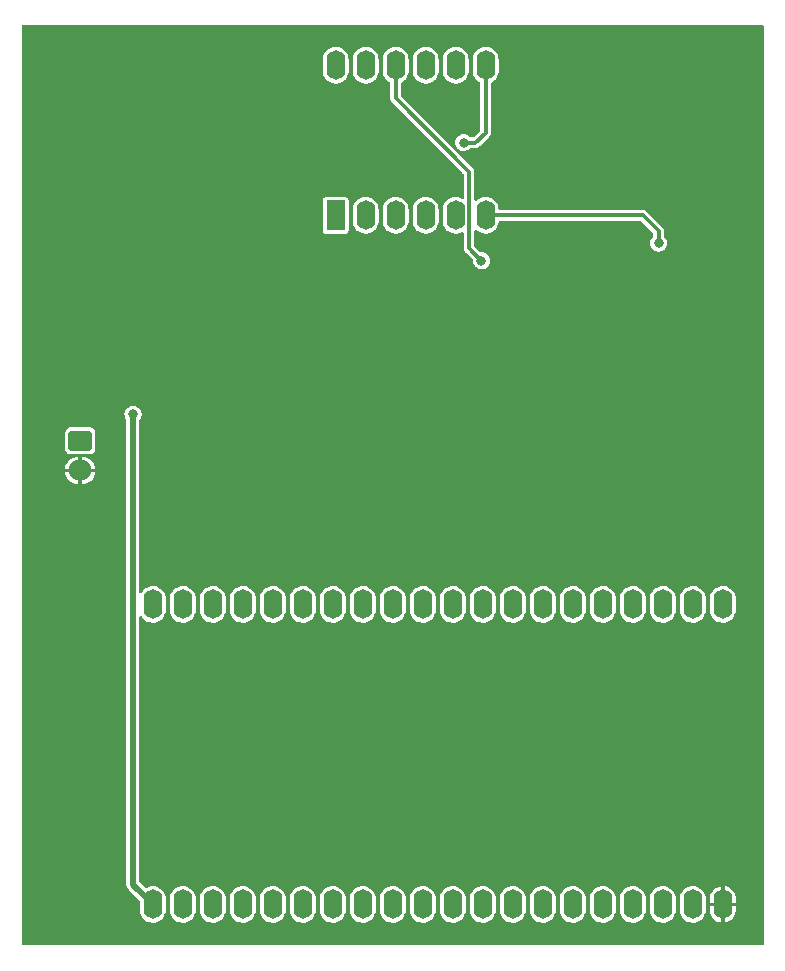
<source format=gbl>
%TF.GenerationSoftware,KiCad,Pcbnew,(6.0.5)*%
%TF.CreationDate,2022-07-14T21:33:15+08:00*%
%TF.ProjectId,thermometer,74686572-6d6f-46d6-9574-65722e6b6963,rev?*%
%TF.SameCoordinates,Original*%
%TF.FileFunction,Copper,L2,Bot*%
%TF.FilePolarity,Positive*%
%FSLAX46Y46*%
G04 Gerber Fmt 4.6, Leading zero omitted, Abs format (unit mm)*
G04 Created by KiCad (PCBNEW (6.0.5)) date 2022-07-14 21:33:15*
%MOMM*%
%LPD*%
G01*
G04 APERTURE LIST*
G04 Aperture macros list*
%AMRoundRect*
0 Rectangle with rounded corners*
0 $1 Rounding radius*
0 $2 $3 $4 $5 $6 $7 $8 $9 X,Y pos of 4 corners*
0 Add a 4 corners polygon primitive as box body*
4,1,4,$2,$3,$4,$5,$6,$7,$8,$9,$2,$3,0*
0 Add four circle primitives for the rounded corners*
1,1,$1+$1,$2,$3*
1,1,$1+$1,$4,$5*
1,1,$1+$1,$6,$7*
1,1,$1+$1,$8,$9*
0 Add four rect primitives between the rounded corners*
20,1,$1+$1,$2,$3,$4,$5,0*
20,1,$1+$1,$4,$5,$6,$7,0*
20,1,$1+$1,$6,$7,$8,$9,0*
20,1,$1+$1,$8,$9,$2,$3,0*%
G04 Aperture macros list end*
%TA.AperFunction,ComponentPad*%
%ADD10RoundRect,0.250000X-0.750000X0.600000X-0.750000X-0.600000X0.750000X-0.600000X0.750000X0.600000X0*%
%TD*%
%TA.AperFunction,ComponentPad*%
%ADD11O,2.000000X1.700000*%
%TD*%
%TA.AperFunction,ComponentPad*%
%ADD12R,1.600000X2.500000*%
%TD*%
%TA.AperFunction,ComponentPad*%
%ADD13O,1.600000X2.500000*%
%TD*%
%TA.AperFunction,ViaPad*%
%ADD14C,0.800000*%
%TD*%
%TA.AperFunction,Conductor*%
%ADD15C,0.300000*%
%TD*%
%TA.AperFunction,Conductor*%
%ADD16C,0.500000*%
%TD*%
G04 APERTURE END LIST*
D10*
%TO.P,J1,1,Pin_1*%
%TO.N,Net-(J1-Pad1)*%
X56825000Y-108650000D03*
D11*
%TO.P,J1,2,Pin_2*%
%TO.N,GND*%
X56825000Y-111150000D03*
%TD*%
D12*
%TO.P,U4,1,e*%
%TO.N,Net-(R11-Pad2)*%
X78450000Y-89550000D03*
D13*
%TO.P,U4,2,d*%
%TO.N,Net-(R10-Pad2)*%
X80990000Y-89550000D03*
%TO.P,U4,3,DPX*%
%TO.N,Net-(R14-Pad2)*%
X83530000Y-89550000D03*
%TO.P,U4,4,c*%
%TO.N,Net-(R9-Pad2)*%
X86070000Y-89550000D03*
%TO.P,U4,5,g*%
%TO.N,Net-(R13-Pad2)*%
X88610000Y-89550000D03*
%TO.P,U4,6,CC4*%
%TO.N,/LED_CC4*%
X91150000Y-89550000D03*
%TO.P,U4,7,b*%
%TO.N,Net-(R8-Pad2)*%
X91150000Y-76850000D03*
%TO.P,U4,8,CC3*%
%TO.N,/LED_CC3*%
X88610000Y-76850000D03*
%TO.P,U4,9,CC2*%
%TO.N,/LED_CC2*%
X86070000Y-76850000D03*
%TO.P,U4,10,f*%
%TO.N,Net-(R12-Pad2)*%
X83530000Y-76850000D03*
%TO.P,U4,11,a*%
%TO.N,Net-(R7-Pad2)*%
X80990000Y-76850000D03*
%TO.P,U4,12,CC1*%
%TO.N,/LED_CC1*%
X78450000Y-76850000D03*
%TD*%
%TO.P,U1,40,5V*%
%TO.N,+5VA*%
X62980000Y-122500000D03*
%TO.P,U1,39,3V3*%
%TO.N,unconnected-(U1-Pad39)*%
X65520000Y-122500000D03*
%TO.P,U1,38,PC15*%
%TO.N,unconnected-(U1-Pad38)*%
X68060000Y-122500000D03*
%TO.P,U1,37,PC14*%
%TO.N,unconnected-(U1-Pad37)*%
X70600000Y-122500000D03*
%TO.P,U1,36,PC13*%
%TO.N,unconnected-(U1-Pad36)*%
X73140000Y-122500000D03*
%TO.P,U1,35,PB9*%
%TO.N,unconnected-(U1-Pad35)*%
X75680000Y-122500000D03*
%TO.P,U1,34,PB8*%
%TO.N,unconnected-(U1-Pad34)*%
X78220000Y-122500000D03*
%TO.P,U1,33,PB7*%
%TO.N,/LED_DP*%
X80760000Y-122500000D03*
%TO.P,U1,32,PB6*%
%TO.N,/LED_G*%
X83300000Y-122500000D03*
%TO.P,U1,31,PB5*%
%TO.N,/LED_F*%
X85840000Y-122500000D03*
%TO.P,U1,30,PB4*%
%TO.N,/LED_E*%
X88380000Y-122500000D03*
%TO.P,U1,29,PB3*%
%TO.N,/LED_D*%
X90920000Y-122500000D03*
%TO.P,U1,28,PD3*%
%TO.N,/LED_CC1*%
X93460000Y-122500000D03*
%TO.P,U1,27,PD2*%
%TO.N,/LED_CC2*%
X96000000Y-122500000D03*
%TO.P,U1,26,PD1*%
%TO.N,/LED_CC3*%
X98540000Y-122500000D03*
%TO.P,U1,25,PD0*%
%TO.N,/LED_CC4*%
X101080000Y-122500000D03*
%TO.P,U1,24,PA15*%
%TO.N,unconnected-(U1-Pad24)*%
X103620000Y-122500000D03*
%TO.P,U1,23,PA12*%
%TO.N,unconnected-(U1-Pad23)*%
X106160000Y-122500000D03*
%TO.P,U1,22,PA11*%
%TO.N,unconnected-(U1-Pad22)*%
X108700000Y-122500000D03*
%TO.P,U1,21,PC7*%
%TO.N,unconnected-(U1-Pad21)*%
X111240000Y-122500000D03*
%TO.P,U1,20,GND*%
%TO.N,GND*%
X111240000Y-147900000D03*
%TO.P,U1,19,PC6*%
%TO.N,unconnected-(U1-Pad19)*%
X108700000Y-147900000D03*
%TO.P,U1,18,PA8*%
%TO.N,unconnected-(U1-Pad18)*%
X106160000Y-147900000D03*
%TO.P,U1,17,PB15*%
%TO.N,unconnected-(U1-Pad17)*%
X103620000Y-147900000D03*
%TO.P,U1,16,PB14*%
%TO.N,unconnected-(U1-Pad16)*%
X101080000Y-147900000D03*
%TO.P,U1,15,PB13*%
%TO.N,unconnected-(U1-Pad15)*%
X98540000Y-147900000D03*
%TO.P,U1,14,PB12*%
%TO.N,unconnected-(U1-Pad14)*%
X96000000Y-147900000D03*
%TO.P,U1,13,PB11*%
%TO.N,unconnected-(U1-Pad13)*%
X93460000Y-147900000D03*
%TO.P,U1,12,PB10*%
%TO.N,unconnected-(U1-Pad12)*%
X90920000Y-147900000D03*
%TO.P,U1,11,PB2*%
%TO.N,/LED_C*%
X88380000Y-147900000D03*
%TO.P,U1,10,PB1*%
%TO.N,/LED_B*%
X85840000Y-147900000D03*
%TO.P,U1,9,PB0*%
%TO.N,/LED_A*%
X83300000Y-147900000D03*
%TO.P,U1,8,PA7*%
%TO.N,unconnected-(U1-Pad8)*%
X80760000Y-147900000D03*
%TO.P,U1,7,PA6*%
%TO.N,unconnected-(U1-Pad7)*%
X78220000Y-147900000D03*
%TO.P,U1,6,PA5*%
%TO.N,unconnected-(U1-Pad6)*%
X75680000Y-147900000D03*
%TO.P,U1,5,PA4*%
%TO.N,unconnected-(U1-Pad5)*%
X73140000Y-147900000D03*
%TO.P,U1,4,PA3*%
%TO.N,unconnected-(U1-Pad4)*%
X70600000Y-147900000D03*
%TO.P,U1,3,PA2*%
%TO.N,unconnected-(U1-Pad3)*%
X68060000Y-147900000D03*
%TO.P,U1,2,PA1*%
%TO.N,unconnected-(U1-Pad2)*%
X65520000Y-147900000D03*
%TO.P,U1,1,PA0*%
%TO.N,/AOUT*%
X62980000Y-147900000D03*
%TD*%
D14*
%TO.N,Net-(R8-Pad2)*%
X89300000Y-83400000D03*
%TO.N,/LED_CC4*%
X105800000Y-91900000D03*
%TO.N,Net-(R12-Pad2)*%
X90800000Y-93400000D03*
%TO.N,GND*%
X73800000Y-102900000D03*
%TO.N,/AOUT*%
X61300000Y-106400000D03*
%TO.N,GND*%
X61300000Y-101900000D03*
X68800000Y-107900000D03*
X68800000Y-103900000D03*
%TD*%
D15*
%TO.N,Net-(R8-Pad2)*%
X91150000Y-82550000D02*
X91150000Y-76850000D01*
X90300000Y-83400000D02*
X91150000Y-82550000D01*
X89300000Y-83400000D02*
X90300000Y-83400000D01*
%TO.N,/LED_CC4*%
X104450000Y-89550000D02*
X91150000Y-89550000D01*
X105800000Y-90900000D02*
X104450000Y-89550000D01*
X105800000Y-91900000D02*
X105800000Y-90900000D01*
%TO.N,Net-(R12-Pad2)*%
X83530000Y-79630000D02*
X83530000Y-76850000D01*
X89759520Y-85859520D02*
X83530000Y-79630000D01*
X89759520Y-92359520D02*
X89759520Y-85859520D01*
X90800000Y-93400000D02*
X89759520Y-92359520D01*
D16*
%TO.N,/AOUT*%
X61300000Y-146220000D02*
X62980000Y-147900000D01*
X61300000Y-106400000D02*
X61300000Y-146220000D01*
%TD*%
%TA.AperFunction,Conductor*%
%TO.N,GND*%
G36*
X114683691Y-73494407D02*
G01*
X114719655Y-73543907D01*
X114724500Y-73574500D01*
X114724500Y-151225500D01*
X114705593Y-151283691D01*
X114656093Y-151319655D01*
X114625500Y-151324500D01*
X51974500Y-151324500D01*
X51916309Y-151305593D01*
X51880345Y-151256093D01*
X51875500Y-151225500D01*
X51875500Y-111311873D01*
X55535877Y-111311873D01*
X55558657Y-111444441D01*
X55560998Y-111453177D01*
X55631009Y-111642950D01*
X55634902Y-111651113D01*
X55738326Y-111824953D01*
X55743631Y-111832255D01*
X55877010Y-111984343D01*
X55883568Y-111990566D01*
X56042415Y-112115791D01*
X56049998Y-112120716D01*
X56229018Y-112214903D01*
X56237358Y-112218357D01*
X56430538Y-112278342D01*
X56439388Y-112280223D01*
X56603598Y-112299658D01*
X56609394Y-112300000D01*
X56659320Y-112300000D01*
X56672005Y-112295878D01*
X56675000Y-112291757D01*
X56675000Y-112284320D01*
X56975000Y-112284320D01*
X56979122Y-112297005D01*
X56983243Y-112300000D01*
X57026360Y-112300000D01*
X57030870Y-112299793D01*
X57180952Y-112286003D01*
X57189836Y-112284356D01*
X57384519Y-112229449D01*
X57392963Y-112226208D01*
X57574376Y-112136745D01*
X57582086Y-112132020D01*
X57744160Y-112010994D01*
X57750878Y-112004945D01*
X57888186Y-111856405D01*
X57893685Y-111849240D01*
X58001626Y-111678163D01*
X58005729Y-111670110D01*
X58080686Y-111482229D01*
X58083251Y-111473571D01*
X58114717Y-111315379D01*
X58113149Y-111302132D01*
X58113119Y-111302100D01*
X58105072Y-111300000D01*
X56990680Y-111300000D01*
X56977995Y-111304122D01*
X56975000Y-111308243D01*
X56975000Y-112284320D01*
X56675000Y-112284320D01*
X56675000Y-111315680D01*
X56670878Y-111302995D01*
X56666757Y-111300000D01*
X55549517Y-111300000D01*
X55536832Y-111304122D01*
X55536393Y-111304726D01*
X55535877Y-111311873D01*
X51875500Y-111311873D01*
X51875500Y-110984621D01*
X55535283Y-110984621D01*
X55536851Y-110997868D01*
X55536881Y-110997900D01*
X55544928Y-111000000D01*
X56659320Y-111000000D01*
X56672005Y-110995878D01*
X56675000Y-110991757D01*
X56675000Y-110984320D01*
X56975000Y-110984320D01*
X56979122Y-110997005D01*
X56983243Y-111000000D01*
X58100483Y-111000000D01*
X58113168Y-110995878D01*
X58113607Y-110995274D01*
X58114123Y-110988127D01*
X58091343Y-110855559D01*
X58089002Y-110846823D01*
X58018991Y-110657050D01*
X58015098Y-110648887D01*
X57911674Y-110475047D01*
X57906369Y-110467745D01*
X57772990Y-110315657D01*
X57766432Y-110309434D01*
X57607585Y-110184209D01*
X57600002Y-110179284D01*
X57420982Y-110085097D01*
X57412642Y-110081643D01*
X57219462Y-110021658D01*
X57210612Y-110019777D01*
X57046402Y-110000342D01*
X57040606Y-110000000D01*
X56990680Y-110000000D01*
X56977995Y-110004122D01*
X56975000Y-110008243D01*
X56975000Y-110984320D01*
X56675000Y-110984320D01*
X56675000Y-110015680D01*
X56670878Y-110002995D01*
X56666757Y-110000000D01*
X56623640Y-110000000D01*
X56619130Y-110000207D01*
X56469048Y-110013997D01*
X56460164Y-110015644D01*
X56265481Y-110070551D01*
X56257037Y-110073792D01*
X56075624Y-110163255D01*
X56067914Y-110167980D01*
X55905840Y-110289006D01*
X55899122Y-110295055D01*
X55761814Y-110443595D01*
X55756315Y-110450760D01*
X55648374Y-110621837D01*
X55644271Y-110629890D01*
X55569314Y-110817771D01*
X55566749Y-110826429D01*
X55535283Y-110984621D01*
X51875500Y-110984621D01*
X51875500Y-109292772D01*
X55524500Y-109292772D01*
X55535364Y-109382547D01*
X55590887Y-109522783D01*
X55682078Y-109642922D01*
X55687457Y-109647005D01*
X55796840Y-109730032D01*
X55796842Y-109730033D01*
X55802217Y-109734113D01*
X55942453Y-109789636D01*
X56032228Y-109800500D01*
X57617772Y-109800500D01*
X57707547Y-109789636D01*
X57847783Y-109734113D01*
X57853158Y-109730033D01*
X57853160Y-109730032D01*
X57962543Y-109647005D01*
X57967922Y-109642922D01*
X58059113Y-109522783D01*
X58114636Y-109382547D01*
X58125500Y-109292772D01*
X58125500Y-108007228D01*
X58114636Y-107917453D01*
X58059113Y-107777217D01*
X57967922Y-107657078D01*
X57962543Y-107652995D01*
X57853160Y-107569968D01*
X57853158Y-107569967D01*
X57847783Y-107565887D01*
X57707547Y-107510364D01*
X57617772Y-107499500D01*
X56032228Y-107499500D01*
X55942453Y-107510364D01*
X55802217Y-107565887D01*
X55796842Y-107569967D01*
X55796840Y-107569968D01*
X55687457Y-107652995D01*
X55682078Y-107657078D01*
X55590887Y-107777217D01*
X55535364Y-107917453D01*
X55524500Y-108007228D01*
X55524500Y-109292772D01*
X51875500Y-109292772D01*
X51875500Y-106389877D01*
X60575012Y-106389877D01*
X60590785Y-106550748D01*
X60641808Y-106704128D01*
X60644673Y-106708859D01*
X60644675Y-106708863D01*
X60655206Y-106726251D01*
X60725543Y-106842391D01*
X60728997Y-106845968D01*
X60749500Y-106906190D01*
X60749500Y-146205565D01*
X60749413Y-146209711D01*
X60746790Y-146272294D01*
X60748332Y-146278867D01*
X60748332Y-146278870D01*
X60757016Y-146315893D01*
X60758716Y-146325063D01*
X60764794Y-146369432D01*
X60771724Y-146385446D01*
X60777247Y-146402144D01*
X60781232Y-146419136D01*
X60784483Y-146425049D01*
X60784485Y-146425055D01*
X60802809Y-146458387D01*
X60806911Y-146466760D01*
X60822014Y-146501661D01*
X60822016Y-146501665D01*
X60824695Y-146507855D01*
X60828940Y-146513098D01*
X60828941Y-146513099D01*
X60835671Y-146521410D01*
X60845484Y-146536014D01*
X60851395Y-146546765D01*
X60853893Y-146551308D01*
X60860897Y-146559422D01*
X60886444Y-146584969D01*
X60893376Y-146592669D01*
X60919614Y-146625070D01*
X60925113Y-146628978D01*
X60936791Y-146637277D01*
X60949446Y-146647971D01*
X61850504Y-147549028D01*
X61878281Y-147603545D01*
X61879500Y-147619032D01*
X61879500Y-148402469D01*
X61894439Y-148559046D01*
X61953553Y-148760549D01*
X61955709Y-148764735D01*
X62047411Y-148942784D01*
X62049705Y-148947239D01*
X62179424Y-149112379D01*
X62338029Y-149250010D01*
X62519799Y-149355166D01*
X62524244Y-149356710D01*
X62524245Y-149356710D01*
X62713727Y-149422509D01*
X62713729Y-149422510D01*
X62718174Y-149424053D01*
X62722836Y-149424729D01*
X62921326Y-149453509D01*
X62921327Y-149453509D01*
X62925996Y-149454186D01*
X62930707Y-149453968D01*
X62930708Y-149453968D01*
X63131059Y-149444695D01*
X63131060Y-149444695D01*
X63135767Y-149444477D01*
X63220513Y-149424053D01*
X63335335Y-149396381D01*
X63335340Y-149396379D01*
X63339918Y-149395276D01*
X63345250Y-149392852D01*
X63526792Y-149310310D01*
X63526791Y-149310310D01*
X63531081Y-149308360D01*
X63702360Y-149186863D01*
X63777545Y-149108324D01*
X63844317Y-149038573D01*
X63844320Y-149038569D01*
X63847575Y-149035169D01*
X63961485Y-148858754D01*
X64039981Y-148663981D01*
X64059591Y-148563565D01*
X64079548Y-148461373D01*
X64079549Y-148461366D01*
X64080230Y-148457878D01*
X64080500Y-148452357D01*
X64080500Y-148402469D01*
X64419500Y-148402469D01*
X64434439Y-148559046D01*
X64493553Y-148760549D01*
X64495709Y-148764735D01*
X64587411Y-148942784D01*
X64589705Y-148947239D01*
X64719424Y-149112379D01*
X64878029Y-149250010D01*
X65059799Y-149355166D01*
X65064244Y-149356710D01*
X65064245Y-149356710D01*
X65253727Y-149422509D01*
X65253729Y-149422510D01*
X65258174Y-149424053D01*
X65262836Y-149424729D01*
X65461326Y-149453509D01*
X65461327Y-149453509D01*
X65465996Y-149454186D01*
X65470707Y-149453968D01*
X65470708Y-149453968D01*
X65671059Y-149444695D01*
X65671060Y-149444695D01*
X65675767Y-149444477D01*
X65760513Y-149424053D01*
X65875335Y-149396381D01*
X65875340Y-149396379D01*
X65879918Y-149395276D01*
X65885250Y-149392852D01*
X66066792Y-149310310D01*
X66066791Y-149310310D01*
X66071081Y-149308360D01*
X66242360Y-149186863D01*
X66317545Y-149108324D01*
X66384317Y-149038573D01*
X66384320Y-149038569D01*
X66387575Y-149035169D01*
X66501485Y-148858754D01*
X66579981Y-148663981D01*
X66599591Y-148563565D01*
X66619548Y-148461373D01*
X66619549Y-148461366D01*
X66620230Y-148457878D01*
X66620500Y-148452357D01*
X66620500Y-148402469D01*
X66959500Y-148402469D01*
X66974439Y-148559046D01*
X67033553Y-148760549D01*
X67035709Y-148764735D01*
X67127411Y-148942784D01*
X67129705Y-148947239D01*
X67259424Y-149112379D01*
X67418029Y-149250010D01*
X67599799Y-149355166D01*
X67604244Y-149356710D01*
X67604245Y-149356710D01*
X67793727Y-149422509D01*
X67793729Y-149422510D01*
X67798174Y-149424053D01*
X67802836Y-149424729D01*
X68001326Y-149453509D01*
X68001327Y-149453509D01*
X68005996Y-149454186D01*
X68010707Y-149453968D01*
X68010708Y-149453968D01*
X68211059Y-149444695D01*
X68211060Y-149444695D01*
X68215767Y-149444477D01*
X68300513Y-149424053D01*
X68415335Y-149396381D01*
X68415340Y-149396379D01*
X68419918Y-149395276D01*
X68425250Y-149392852D01*
X68606792Y-149310310D01*
X68606791Y-149310310D01*
X68611081Y-149308360D01*
X68782360Y-149186863D01*
X68857545Y-149108324D01*
X68924317Y-149038573D01*
X68924320Y-149038569D01*
X68927575Y-149035169D01*
X69041485Y-148858754D01*
X69119981Y-148663981D01*
X69139591Y-148563565D01*
X69159548Y-148461373D01*
X69159549Y-148461366D01*
X69160230Y-148457878D01*
X69160500Y-148452357D01*
X69160500Y-148402469D01*
X69499500Y-148402469D01*
X69514439Y-148559046D01*
X69573553Y-148760549D01*
X69575709Y-148764735D01*
X69667411Y-148942784D01*
X69669705Y-148947239D01*
X69799424Y-149112379D01*
X69958029Y-149250010D01*
X70139799Y-149355166D01*
X70144244Y-149356710D01*
X70144245Y-149356710D01*
X70333727Y-149422509D01*
X70333729Y-149422510D01*
X70338174Y-149424053D01*
X70342836Y-149424729D01*
X70541326Y-149453509D01*
X70541327Y-149453509D01*
X70545996Y-149454186D01*
X70550707Y-149453968D01*
X70550708Y-149453968D01*
X70751059Y-149444695D01*
X70751060Y-149444695D01*
X70755767Y-149444477D01*
X70840513Y-149424053D01*
X70955335Y-149396381D01*
X70955340Y-149396379D01*
X70959918Y-149395276D01*
X70965250Y-149392852D01*
X71146792Y-149310310D01*
X71146791Y-149310310D01*
X71151081Y-149308360D01*
X71322360Y-149186863D01*
X71397545Y-149108324D01*
X71464317Y-149038573D01*
X71464320Y-149038569D01*
X71467575Y-149035169D01*
X71581485Y-148858754D01*
X71659981Y-148663981D01*
X71679591Y-148563565D01*
X71699548Y-148461373D01*
X71699549Y-148461366D01*
X71700230Y-148457878D01*
X71700500Y-148452357D01*
X71700500Y-148402469D01*
X72039500Y-148402469D01*
X72054439Y-148559046D01*
X72113553Y-148760549D01*
X72115709Y-148764735D01*
X72207411Y-148942784D01*
X72209705Y-148947239D01*
X72339424Y-149112379D01*
X72498029Y-149250010D01*
X72679799Y-149355166D01*
X72684244Y-149356710D01*
X72684245Y-149356710D01*
X72873727Y-149422509D01*
X72873729Y-149422510D01*
X72878174Y-149424053D01*
X72882836Y-149424729D01*
X73081326Y-149453509D01*
X73081327Y-149453509D01*
X73085996Y-149454186D01*
X73090707Y-149453968D01*
X73090708Y-149453968D01*
X73291059Y-149444695D01*
X73291060Y-149444695D01*
X73295767Y-149444477D01*
X73380513Y-149424053D01*
X73495335Y-149396381D01*
X73495340Y-149396379D01*
X73499918Y-149395276D01*
X73505250Y-149392852D01*
X73686792Y-149310310D01*
X73686791Y-149310310D01*
X73691081Y-149308360D01*
X73862360Y-149186863D01*
X73937545Y-149108324D01*
X74004317Y-149038573D01*
X74004320Y-149038569D01*
X74007575Y-149035169D01*
X74121485Y-148858754D01*
X74199981Y-148663981D01*
X74219591Y-148563565D01*
X74239548Y-148461373D01*
X74239549Y-148461366D01*
X74240230Y-148457878D01*
X74240500Y-148452357D01*
X74240500Y-148402469D01*
X74579500Y-148402469D01*
X74594439Y-148559046D01*
X74653553Y-148760549D01*
X74655709Y-148764735D01*
X74747411Y-148942784D01*
X74749705Y-148947239D01*
X74879424Y-149112379D01*
X75038029Y-149250010D01*
X75219799Y-149355166D01*
X75224244Y-149356710D01*
X75224245Y-149356710D01*
X75413727Y-149422509D01*
X75413729Y-149422510D01*
X75418174Y-149424053D01*
X75422836Y-149424729D01*
X75621326Y-149453509D01*
X75621327Y-149453509D01*
X75625996Y-149454186D01*
X75630707Y-149453968D01*
X75630708Y-149453968D01*
X75831059Y-149444695D01*
X75831060Y-149444695D01*
X75835767Y-149444477D01*
X75920513Y-149424053D01*
X76035335Y-149396381D01*
X76035340Y-149396379D01*
X76039918Y-149395276D01*
X76045250Y-149392852D01*
X76226792Y-149310310D01*
X76226791Y-149310310D01*
X76231081Y-149308360D01*
X76402360Y-149186863D01*
X76477545Y-149108324D01*
X76544317Y-149038573D01*
X76544320Y-149038569D01*
X76547575Y-149035169D01*
X76661485Y-148858754D01*
X76739981Y-148663981D01*
X76759591Y-148563565D01*
X76779548Y-148461373D01*
X76779549Y-148461366D01*
X76780230Y-148457878D01*
X76780500Y-148452357D01*
X76780500Y-148402469D01*
X77119500Y-148402469D01*
X77134439Y-148559046D01*
X77193553Y-148760549D01*
X77195709Y-148764735D01*
X77287411Y-148942784D01*
X77289705Y-148947239D01*
X77419424Y-149112379D01*
X77578029Y-149250010D01*
X77759799Y-149355166D01*
X77764244Y-149356710D01*
X77764245Y-149356710D01*
X77953727Y-149422509D01*
X77953729Y-149422510D01*
X77958174Y-149424053D01*
X77962836Y-149424729D01*
X78161326Y-149453509D01*
X78161327Y-149453509D01*
X78165996Y-149454186D01*
X78170707Y-149453968D01*
X78170708Y-149453968D01*
X78371059Y-149444695D01*
X78371060Y-149444695D01*
X78375767Y-149444477D01*
X78460513Y-149424053D01*
X78575335Y-149396381D01*
X78575340Y-149396379D01*
X78579918Y-149395276D01*
X78585250Y-149392852D01*
X78766792Y-149310310D01*
X78766791Y-149310310D01*
X78771081Y-149308360D01*
X78942360Y-149186863D01*
X79017545Y-149108324D01*
X79084317Y-149038573D01*
X79084320Y-149038569D01*
X79087575Y-149035169D01*
X79201485Y-148858754D01*
X79279981Y-148663981D01*
X79299591Y-148563565D01*
X79319548Y-148461373D01*
X79319549Y-148461366D01*
X79320230Y-148457878D01*
X79320500Y-148452357D01*
X79320500Y-148402469D01*
X79659500Y-148402469D01*
X79674439Y-148559046D01*
X79733553Y-148760549D01*
X79735709Y-148764735D01*
X79827411Y-148942784D01*
X79829705Y-148947239D01*
X79959424Y-149112379D01*
X80118029Y-149250010D01*
X80299799Y-149355166D01*
X80304244Y-149356710D01*
X80304245Y-149356710D01*
X80493727Y-149422509D01*
X80493729Y-149422510D01*
X80498174Y-149424053D01*
X80502836Y-149424729D01*
X80701326Y-149453509D01*
X80701327Y-149453509D01*
X80705996Y-149454186D01*
X80710707Y-149453968D01*
X80710708Y-149453968D01*
X80911059Y-149444695D01*
X80911060Y-149444695D01*
X80915767Y-149444477D01*
X81000513Y-149424053D01*
X81115335Y-149396381D01*
X81115340Y-149396379D01*
X81119918Y-149395276D01*
X81125250Y-149392852D01*
X81306792Y-149310310D01*
X81306791Y-149310310D01*
X81311081Y-149308360D01*
X81482360Y-149186863D01*
X81557545Y-149108324D01*
X81624317Y-149038573D01*
X81624320Y-149038569D01*
X81627575Y-149035169D01*
X81741485Y-148858754D01*
X81819981Y-148663981D01*
X81839591Y-148563565D01*
X81859548Y-148461373D01*
X81859549Y-148461366D01*
X81860230Y-148457878D01*
X81860500Y-148452357D01*
X81860500Y-148402469D01*
X82199500Y-148402469D01*
X82214439Y-148559046D01*
X82273553Y-148760549D01*
X82275709Y-148764735D01*
X82367411Y-148942784D01*
X82369705Y-148947239D01*
X82499424Y-149112379D01*
X82658029Y-149250010D01*
X82839799Y-149355166D01*
X82844244Y-149356710D01*
X82844245Y-149356710D01*
X83033727Y-149422509D01*
X83033729Y-149422510D01*
X83038174Y-149424053D01*
X83042836Y-149424729D01*
X83241326Y-149453509D01*
X83241327Y-149453509D01*
X83245996Y-149454186D01*
X83250707Y-149453968D01*
X83250708Y-149453968D01*
X83451059Y-149444695D01*
X83451060Y-149444695D01*
X83455767Y-149444477D01*
X83540513Y-149424053D01*
X83655335Y-149396381D01*
X83655340Y-149396379D01*
X83659918Y-149395276D01*
X83665250Y-149392852D01*
X83846792Y-149310310D01*
X83846791Y-149310310D01*
X83851081Y-149308360D01*
X84022360Y-149186863D01*
X84097545Y-149108324D01*
X84164317Y-149038573D01*
X84164320Y-149038569D01*
X84167575Y-149035169D01*
X84281485Y-148858754D01*
X84359981Y-148663981D01*
X84379591Y-148563565D01*
X84399548Y-148461373D01*
X84399549Y-148461366D01*
X84400230Y-148457878D01*
X84400500Y-148452357D01*
X84400500Y-148402469D01*
X84739500Y-148402469D01*
X84754439Y-148559046D01*
X84813553Y-148760549D01*
X84815709Y-148764735D01*
X84907411Y-148942784D01*
X84909705Y-148947239D01*
X85039424Y-149112379D01*
X85198029Y-149250010D01*
X85379799Y-149355166D01*
X85384244Y-149356710D01*
X85384245Y-149356710D01*
X85573727Y-149422509D01*
X85573729Y-149422510D01*
X85578174Y-149424053D01*
X85582836Y-149424729D01*
X85781326Y-149453509D01*
X85781327Y-149453509D01*
X85785996Y-149454186D01*
X85790707Y-149453968D01*
X85790708Y-149453968D01*
X85991059Y-149444695D01*
X85991060Y-149444695D01*
X85995767Y-149444477D01*
X86080513Y-149424053D01*
X86195335Y-149396381D01*
X86195340Y-149396379D01*
X86199918Y-149395276D01*
X86205250Y-149392852D01*
X86386792Y-149310310D01*
X86386791Y-149310310D01*
X86391081Y-149308360D01*
X86562360Y-149186863D01*
X86637545Y-149108324D01*
X86704317Y-149038573D01*
X86704320Y-149038569D01*
X86707575Y-149035169D01*
X86821485Y-148858754D01*
X86899981Y-148663981D01*
X86919591Y-148563565D01*
X86939548Y-148461373D01*
X86939549Y-148461366D01*
X86940230Y-148457878D01*
X86940500Y-148452357D01*
X86940500Y-148402469D01*
X87279500Y-148402469D01*
X87294439Y-148559046D01*
X87353553Y-148760549D01*
X87355709Y-148764735D01*
X87447411Y-148942784D01*
X87449705Y-148947239D01*
X87579424Y-149112379D01*
X87738029Y-149250010D01*
X87919799Y-149355166D01*
X87924244Y-149356710D01*
X87924245Y-149356710D01*
X88113727Y-149422509D01*
X88113729Y-149422510D01*
X88118174Y-149424053D01*
X88122836Y-149424729D01*
X88321326Y-149453509D01*
X88321327Y-149453509D01*
X88325996Y-149454186D01*
X88330707Y-149453968D01*
X88330708Y-149453968D01*
X88531059Y-149444695D01*
X88531060Y-149444695D01*
X88535767Y-149444477D01*
X88620513Y-149424053D01*
X88735335Y-149396381D01*
X88735340Y-149396379D01*
X88739918Y-149395276D01*
X88745250Y-149392852D01*
X88926792Y-149310310D01*
X88926791Y-149310310D01*
X88931081Y-149308360D01*
X89102360Y-149186863D01*
X89177545Y-149108324D01*
X89244317Y-149038573D01*
X89244320Y-149038569D01*
X89247575Y-149035169D01*
X89361485Y-148858754D01*
X89439981Y-148663981D01*
X89459591Y-148563565D01*
X89479548Y-148461373D01*
X89479549Y-148461366D01*
X89480230Y-148457878D01*
X89480500Y-148452357D01*
X89480500Y-148402469D01*
X89819500Y-148402469D01*
X89834439Y-148559046D01*
X89893553Y-148760549D01*
X89895709Y-148764735D01*
X89987411Y-148942784D01*
X89989705Y-148947239D01*
X90119424Y-149112379D01*
X90278029Y-149250010D01*
X90459799Y-149355166D01*
X90464244Y-149356710D01*
X90464245Y-149356710D01*
X90653727Y-149422509D01*
X90653729Y-149422510D01*
X90658174Y-149424053D01*
X90662836Y-149424729D01*
X90861326Y-149453509D01*
X90861327Y-149453509D01*
X90865996Y-149454186D01*
X90870707Y-149453968D01*
X90870708Y-149453968D01*
X91071059Y-149444695D01*
X91071060Y-149444695D01*
X91075767Y-149444477D01*
X91160513Y-149424053D01*
X91275335Y-149396381D01*
X91275340Y-149396379D01*
X91279918Y-149395276D01*
X91285250Y-149392852D01*
X91466792Y-149310310D01*
X91466791Y-149310310D01*
X91471081Y-149308360D01*
X91642360Y-149186863D01*
X91717545Y-149108324D01*
X91784317Y-149038573D01*
X91784320Y-149038569D01*
X91787575Y-149035169D01*
X91901485Y-148858754D01*
X91979981Y-148663981D01*
X91999591Y-148563565D01*
X92019548Y-148461373D01*
X92019549Y-148461366D01*
X92020230Y-148457878D01*
X92020500Y-148452357D01*
X92020500Y-148402469D01*
X92359500Y-148402469D01*
X92374439Y-148559046D01*
X92433553Y-148760549D01*
X92435709Y-148764735D01*
X92527411Y-148942784D01*
X92529705Y-148947239D01*
X92659424Y-149112379D01*
X92818029Y-149250010D01*
X92999799Y-149355166D01*
X93004244Y-149356710D01*
X93004245Y-149356710D01*
X93193727Y-149422509D01*
X93193729Y-149422510D01*
X93198174Y-149424053D01*
X93202836Y-149424729D01*
X93401326Y-149453509D01*
X93401327Y-149453509D01*
X93405996Y-149454186D01*
X93410707Y-149453968D01*
X93410708Y-149453968D01*
X93611059Y-149444695D01*
X93611060Y-149444695D01*
X93615767Y-149444477D01*
X93700513Y-149424053D01*
X93815335Y-149396381D01*
X93815340Y-149396379D01*
X93819918Y-149395276D01*
X93825250Y-149392852D01*
X94006792Y-149310310D01*
X94006791Y-149310310D01*
X94011081Y-149308360D01*
X94182360Y-149186863D01*
X94257545Y-149108324D01*
X94324317Y-149038573D01*
X94324320Y-149038569D01*
X94327575Y-149035169D01*
X94441485Y-148858754D01*
X94519981Y-148663981D01*
X94539591Y-148563565D01*
X94559548Y-148461373D01*
X94559549Y-148461366D01*
X94560230Y-148457878D01*
X94560500Y-148452357D01*
X94560500Y-148402469D01*
X94899500Y-148402469D01*
X94914439Y-148559046D01*
X94973553Y-148760549D01*
X94975709Y-148764735D01*
X95067411Y-148942784D01*
X95069705Y-148947239D01*
X95199424Y-149112379D01*
X95358029Y-149250010D01*
X95539799Y-149355166D01*
X95544244Y-149356710D01*
X95544245Y-149356710D01*
X95733727Y-149422509D01*
X95733729Y-149422510D01*
X95738174Y-149424053D01*
X95742836Y-149424729D01*
X95941326Y-149453509D01*
X95941327Y-149453509D01*
X95945996Y-149454186D01*
X95950707Y-149453968D01*
X95950708Y-149453968D01*
X96151059Y-149444695D01*
X96151060Y-149444695D01*
X96155767Y-149444477D01*
X96240513Y-149424053D01*
X96355335Y-149396381D01*
X96355340Y-149396379D01*
X96359918Y-149395276D01*
X96365250Y-149392852D01*
X96546792Y-149310310D01*
X96546791Y-149310310D01*
X96551081Y-149308360D01*
X96722360Y-149186863D01*
X96797545Y-149108324D01*
X96864317Y-149038573D01*
X96864320Y-149038569D01*
X96867575Y-149035169D01*
X96981485Y-148858754D01*
X97059981Y-148663981D01*
X97079591Y-148563565D01*
X97099548Y-148461373D01*
X97099549Y-148461366D01*
X97100230Y-148457878D01*
X97100500Y-148452357D01*
X97100500Y-148402469D01*
X97439500Y-148402469D01*
X97454439Y-148559046D01*
X97513553Y-148760549D01*
X97515709Y-148764735D01*
X97607411Y-148942784D01*
X97609705Y-148947239D01*
X97739424Y-149112379D01*
X97898029Y-149250010D01*
X98079799Y-149355166D01*
X98084244Y-149356710D01*
X98084245Y-149356710D01*
X98273727Y-149422509D01*
X98273729Y-149422510D01*
X98278174Y-149424053D01*
X98282836Y-149424729D01*
X98481326Y-149453509D01*
X98481327Y-149453509D01*
X98485996Y-149454186D01*
X98490707Y-149453968D01*
X98490708Y-149453968D01*
X98691059Y-149444695D01*
X98691060Y-149444695D01*
X98695767Y-149444477D01*
X98780513Y-149424053D01*
X98895335Y-149396381D01*
X98895340Y-149396379D01*
X98899918Y-149395276D01*
X98905250Y-149392852D01*
X99086792Y-149310310D01*
X99086791Y-149310310D01*
X99091081Y-149308360D01*
X99262360Y-149186863D01*
X99337545Y-149108324D01*
X99404317Y-149038573D01*
X99404320Y-149038569D01*
X99407575Y-149035169D01*
X99521485Y-148858754D01*
X99599981Y-148663981D01*
X99619591Y-148563565D01*
X99639548Y-148461373D01*
X99639549Y-148461366D01*
X99640230Y-148457878D01*
X99640500Y-148452357D01*
X99640500Y-148402469D01*
X99979500Y-148402469D01*
X99994439Y-148559046D01*
X100053553Y-148760549D01*
X100055709Y-148764735D01*
X100147411Y-148942784D01*
X100149705Y-148947239D01*
X100279424Y-149112379D01*
X100438029Y-149250010D01*
X100619799Y-149355166D01*
X100624244Y-149356710D01*
X100624245Y-149356710D01*
X100813727Y-149422509D01*
X100813729Y-149422510D01*
X100818174Y-149424053D01*
X100822836Y-149424729D01*
X101021326Y-149453509D01*
X101021327Y-149453509D01*
X101025996Y-149454186D01*
X101030707Y-149453968D01*
X101030708Y-149453968D01*
X101231059Y-149444695D01*
X101231060Y-149444695D01*
X101235767Y-149444477D01*
X101320513Y-149424053D01*
X101435335Y-149396381D01*
X101435340Y-149396379D01*
X101439918Y-149395276D01*
X101445250Y-149392852D01*
X101626792Y-149310310D01*
X101626791Y-149310310D01*
X101631081Y-149308360D01*
X101802360Y-149186863D01*
X101877545Y-149108324D01*
X101944317Y-149038573D01*
X101944320Y-149038569D01*
X101947575Y-149035169D01*
X102061485Y-148858754D01*
X102139981Y-148663981D01*
X102159591Y-148563565D01*
X102179548Y-148461373D01*
X102179549Y-148461366D01*
X102180230Y-148457878D01*
X102180500Y-148452357D01*
X102180500Y-148402469D01*
X102519500Y-148402469D01*
X102534439Y-148559046D01*
X102593553Y-148760549D01*
X102595709Y-148764735D01*
X102687411Y-148942784D01*
X102689705Y-148947239D01*
X102819424Y-149112379D01*
X102978029Y-149250010D01*
X103159799Y-149355166D01*
X103164244Y-149356710D01*
X103164245Y-149356710D01*
X103353727Y-149422509D01*
X103353729Y-149422510D01*
X103358174Y-149424053D01*
X103362836Y-149424729D01*
X103561326Y-149453509D01*
X103561327Y-149453509D01*
X103565996Y-149454186D01*
X103570707Y-149453968D01*
X103570708Y-149453968D01*
X103771059Y-149444695D01*
X103771060Y-149444695D01*
X103775767Y-149444477D01*
X103860513Y-149424053D01*
X103975335Y-149396381D01*
X103975340Y-149396379D01*
X103979918Y-149395276D01*
X103985250Y-149392852D01*
X104166792Y-149310310D01*
X104166791Y-149310310D01*
X104171081Y-149308360D01*
X104342360Y-149186863D01*
X104417545Y-149108324D01*
X104484317Y-149038573D01*
X104484320Y-149038569D01*
X104487575Y-149035169D01*
X104601485Y-148858754D01*
X104679981Y-148663981D01*
X104699591Y-148563565D01*
X104719548Y-148461373D01*
X104719549Y-148461366D01*
X104720230Y-148457878D01*
X104720500Y-148452357D01*
X104720500Y-148402469D01*
X105059500Y-148402469D01*
X105074439Y-148559046D01*
X105133553Y-148760549D01*
X105135709Y-148764735D01*
X105227411Y-148942784D01*
X105229705Y-148947239D01*
X105359424Y-149112379D01*
X105518029Y-149250010D01*
X105699799Y-149355166D01*
X105704244Y-149356710D01*
X105704245Y-149356710D01*
X105893727Y-149422509D01*
X105893729Y-149422510D01*
X105898174Y-149424053D01*
X105902836Y-149424729D01*
X106101326Y-149453509D01*
X106101327Y-149453509D01*
X106105996Y-149454186D01*
X106110707Y-149453968D01*
X106110708Y-149453968D01*
X106311059Y-149444695D01*
X106311060Y-149444695D01*
X106315767Y-149444477D01*
X106400513Y-149424053D01*
X106515335Y-149396381D01*
X106515340Y-149396379D01*
X106519918Y-149395276D01*
X106525250Y-149392852D01*
X106706792Y-149310310D01*
X106706791Y-149310310D01*
X106711081Y-149308360D01*
X106882360Y-149186863D01*
X106957545Y-149108324D01*
X107024317Y-149038573D01*
X107024320Y-149038569D01*
X107027575Y-149035169D01*
X107141485Y-148858754D01*
X107219981Y-148663981D01*
X107239591Y-148563565D01*
X107259548Y-148461373D01*
X107259549Y-148461366D01*
X107260230Y-148457878D01*
X107260500Y-148452357D01*
X107260500Y-148402469D01*
X107599500Y-148402469D01*
X107614439Y-148559046D01*
X107673553Y-148760549D01*
X107675709Y-148764735D01*
X107767411Y-148942784D01*
X107769705Y-148947239D01*
X107899424Y-149112379D01*
X108058029Y-149250010D01*
X108239799Y-149355166D01*
X108244244Y-149356710D01*
X108244245Y-149356710D01*
X108433727Y-149422509D01*
X108433729Y-149422510D01*
X108438174Y-149424053D01*
X108442836Y-149424729D01*
X108641326Y-149453509D01*
X108641327Y-149453509D01*
X108645996Y-149454186D01*
X108650707Y-149453968D01*
X108650708Y-149453968D01*
X108851059Y-149444695D01*
X108851060Y-149444695D01*
X108855767Y-149444477D01*
X108940513Y-149424053D01*
X109055335Y-149396381D01*
X109055340Y-149396379D01*
X109059918Y-149395276D01*
X109065250Y-149392852D01*
X109246792Y-149310310D01*
X109246791Y-149310310D01*
X109251081Y-149308360D01*
X109422360Y-149186863D01*
X109497545Y-149108324D01*
X109564317Y-149038573D01*
X109564320Y-149038569D01*
X109567575Y-149035169D01*
X109681485Y-148858754D01*
X109759981Y-148663981D01*
X109779591Y-148563565D01*
X109799548Y-148461373D01*
X109799549Y-148461366D01*
X109800230Y-148457878D01*
X109800500Y-148452357D01*
X109800500Y-148400087D01*
X110140000Y-148400087D01*
X110140225Y-148404801D01*
X110154484Y-148554258D01*
X110156258Y-148563470D01*
X110212694Y-148755846D01*
X110216175Y-148764549D01*
X110307972Y-148942784D01*
X110313036Y-148950671D01*
X110436874Y-149108324D01*
X110443347Y-149115122D01*
X110594761Y-149246512D01*
X110602403Y-149251963D01*
X110775932Y-149352352D01*
X110784455Y-149356254D01*
X110973846Y-149422022D01*
X110982955Y-149424242D01*
X111074482Y-149437513D01*
X111087628Y-149435254D01*
X111088637Y-149434219D01*
X111089955Y-149428564D01*
X111390000Y-149428564D01*
X111394122Y-149441249D01*
X111397003Y-149443342D01*
X111400274Y-149442877D01*
X111595171Y-149395906D01*
X111604043Y-149392852D01*
X111786541Y-149309874D01*
X111794674Y-149305198D01*
X111958189Y-149189209D01*
X111965289Y-149183080D01*
X112103923Y-149038262D01*
X112109737Y-149030899D01*
X112218487Y-148862477D01*
X112222798Y-148854161D01*
X112297742Y-148668201D01*
X112300402Y-148659221D01*
X112339048Y-148461323D01*
X112339904Y-148454272D01*
X112339940Y-148453528D01*
X112340000Y-148451084D01*
X112340000Y-148065680D01*
X112335878Y-148052995D01*
X112331757Y-148050000D01*
X111405680Y-148050000D01*
X111392995Y-148054122D01*
X111390000Y-148058243D01*
X111390000Y-149428564D01*
X111089955Y-149428564D01*
X111090000Y-149428372D01*
X111090000Y-148065680D01*
X111085878Y-148052995D01*
X111081757Y-148050000D01*
X110155680Y-148050000D01*
X110142995Y-148054122D01*
X110140000Y-148058243D01*
X110140000Y-148400087D01*
X109800500Y-148400087D01*
X109800500Y-147734320D01*
X110140000Y-147734320D01*
X110144122Y-147747005D01*
X110148243Y-147750000D01*
X111074320Y-147750000D01*
X111087005Y-147745878D01*
X111090000Y-147741757D01*
X111090000Y-147734320D01*
X111390000Y-147734320D01*
X111394122Y-147747005D01*
X111398243Y-147750000D01*
X112324320Y-147750000D01*
X112337005Y-147745878D01*
X112340000Y-147741757D01*
X112340000Y-147399913D01*
X112339775Y-147395199D01*
X112325516Y-147245742D01*
X112323742Y-147236530D01*
X112267306Y-147044154D01*
X112263825Y-147035451D01*
X112172028Y-146857216D01*
X112166964Y-146849329D01*
X112043126Y-146691676D01*
X112036653Y-146684878D01*
X111885239Y-146553488D01*
X111877597Y-146548037D01*
X111704068Y-146447648D01*
X111695545Y-146443746D01*
X111506154Y-146377978D01*
X111497045Y-146375758D01*
X111405518Y-146362487D01*
X111392372Y-146364746D01*
X111391363Y-146365781D01*
X111390000Y-146371628D01*
X111390000Y-147734320D01*
X111090000Y-147734320D01*
X111090000Y-146371436D01*
X111085878Y-146358751D01*
X111082997Y-146356658D01*
X111079726Y-146357123D01*
X110884829Y-146404094D01*
X110875957Y-146407148D01*
X110693459Y-146490126D01*
X110685326Y-146494802D01*
X110521811Y-146610791D01*
X110514711Y-146616920D01*
X110376077Y-146761738D01*
X110370263Y-146769101D01*
X110261513Y-146937523D01*
X110257202Y-146945839D01*
X110182258Y-147131799D01*
X110179598Y-147140779D01*
X110140952Y-147338677D01*
X110140096Y-147345728D01*
X110140060Y-147346472D01*
X110140000Y-147348916D01*
X110140000Y-147734320D01*
X109800500Y-147734320D01*
X109800500Y-147397531D01*
X109785561Y-147240954D01*
X109726447Y-147039451D01*
X109663315Y-146916874D01*
X109632452Y-146856949D01*
X109630295Y-146852761D01*
X109500576Y-146687621D01*
X109354304Y-146560692D01*
X109345531Y-146553079D01*
X109345530Y-146553078D01*
X109341971Y-146549990D01*
X109160201Y-146444834D01*
X109086198Y-146419136D01*
X108966273Y-146377491D01*
X108966271Y-146377490D01*
X108961826Y-146375947D01*
X108932039Y-146371628D01*
X108758674Y-146346491D01*
X108758673Y-146346491D01*
X108754004Y-146345814D01*
X108749293Y-146346032D01*
X108749292Y-146346032D01*
X108548941Y-146355305D01*
X108548940Y-146355305D01*
X108544233Y-146355523D01*
X108486520Y-146369432D01*
X108344665Y-146403619D01*
X108344660Y-146403621D01*
X108340082Y-146404724D01*
X108335794Y-146406674D01*
X108335793Y-146406674D01*
X108322832Y-146412567D01*
X108148919Y-146491640D01*
X107977640Y-146613137D01*
X107908963Y-146684878D01*
X107835683Y-146761427D01*
X107835680Y-146761431D01*
X107832425Y-146764831D01*
X107718515Y-146941246D01*
X107640019Y-147136019D01*
X107639116Y-147140643D01*
X107600452Y-147338627D01*
X107600451Y-147338634D01*
X107599770Y-147342122D01*
X107599500Y-147347643D01*
X107599500Y-148402469D01*
X107260500Y-148402469D01*
X107260500Y-147397531D01*
X107245561Y-147240954D01*
X107186447Y-147039451D01*
X107123315Y-146916874D01*
X107092452Y-146856949D01*
X107090295Y-146852761D01*
X106960576Y-146687621D01*
X106814304Y-146560692D01*
X106805531Y-146553079D01*
X106805530Y-146553078D01*
X106801971Y-146549990D01*
X106620201Y-146444834D01*
X106546198Y-146419136D01*
X106426273Y-146377491D01*
X106426271Y-146377490D01*
X106421826Y-146375947D01*
X106392039Y-146371628D01*
X106218674Y-146346491D01*
X106218673Y-146346491D01*
X106214004Y-146345814D01*
X106209293Y-146346032D01*
X106209292Y-146346032D01*
X106008941Y-146355305D01*
X106008940Y-146355305D01*
X106004233Y-146355523D01*
X105946520Y-146369432D01*
X105804665Y-146403619D01*
X105804660Y-146403621D01*
X105800082Y-146404724D01*
X105795794Y-146406674D01*
X105795793Y-146406674D01*
X105782832Y-146412567D01*
X105608919Y-146491640D01*
X105437640Y-146613137D01*
X105368963Y-146684878D01*
X105295683Y-146761427D01*
X105295680Y-146761431D01*
X105292425Y-146764831D01*
X105178515Y-146941246D01*
X105100019Y-147136019D01*
X105099116Y-147140643D01*
X105060452Y-147338627D01*
X105060451Y-147338634D01*
X105059770Y-147342122D01*
X105059500Y-147347643D01*
X105059500Y-148402469D01*
X104720500Y-148402469D01*
X104720500Y-147397531D01*
X104705561Y-147240954D01*
X104646447Y-147039451D01*
X104583315Y-146916874D01*
X104552452Y-146856949D01*
X104550295Y-146852761D01*
X104420576Y-146687621D01*
X104274304Y-146560692D01*
X104265531Y-146553079D01*
X104265530Y-146553078D01*
X104261971Y-146549990D01*
X104080201Y-146444834D01*
X104006198Y-146419136D01*
X103886273Y-146377491D01*
X103886271Y-146377490D01*
X103881826Y-146375947D01*
X103852039Y-146371628D01*
X103678674Y-146346491D01*
X103678673Y-146346491D01*
X103674004Y-146345814D01*
X103669293Y-146346032D01*
X103669292Y-146346032D01*
X103468941Y-146355305D01*
X103468940Y-146355305D01*
X103464233Y-146355523D01*
X103406520Y-146369432D01*
X103264665Y-146403619D01*
X103264660Y-146403621D01*
X103260082Y-146404724D01*
X103255794Y-146406674D01*
X103255793Y-146406674D01*
X103242832Y-146412567D01*
X103068919Y-146491640D01*
X102897640Y-146613137D01*
X102828963Y-146684878D01*
X102755683Y-146761427D01*
X102755680Y-146761431D01*
X102752425Y-146764831D01*
X102638515Y-146941246D01*
X102560019Y-147136019D01*
X102559116Y-147140643D01*
X102520452Y-147338627D01*
X102520451Y-147338634D01*
X102519770Y-147342122D01*
X102519500Y-147347643D01*
X102519500Y-148402469D01*
X102180500Y-148402469D01*
X102180500Y-147397531D01*
X102165561Y-147240954D01*
X102106447Y-147039451D01*
X102043315Y-146916874D01*
X102012452Y-146856949D01*
X102010295Y-146852761D01*
X101880576Y-146687621D01*
X101734304Y-146560692D01*
X101725531Y-146553079D01*
X101725530Y-146553078D01*
X101721971Y-146549990D01*
X101540201Y-146444834D01*
X101466198Y-146419136D01*
X101346273Y-146377491D01*
X101346271Y-146377490D01*
X101341826Y-146375947D01*
X101312039Y-146371628D01*
X101138674Y-146346491D01*
X101138673Y-146346491D01*
X101134004Y-146345814D01*
X101129293Y-146346032D01*
X101129292Y-146346032D01*
X100928941Y-146355305D01*
X100928940Y-146355305D01*
X100924233Y-146355523D01*
X100866520Y-146369432D01*
X100724665Y-146403619D01*
X100724660Y-146403621D01*
X100720082Y-146404724D01*
X100715794Y-146406674D01*
X100715793Y-146406674D01*
X100702832Y-146412567D01*
X100528919Y-146491640D01*
X100357640Y-146613137D01*
X100288963Y-146684878D01*
X100215683Y-146761427D01*
X100215680Y-146761431D01*
X100212425Y-146764831D01*
X100098515Y-146941246D01*
X100020019Y-147136019D01*
X100019116Y-147140643D01*
X99980452Y-147338627D01*
X99980451Y-147338634D01*
X99979770Y-147342122D01*
X99979500Y-147347643D01*
X99979500Y-148402469D01*
X99640500Y-148402469D01*
X99640500Y-147397531D01*
X99625561Y-147240954D01*
X99566447Y-147039451D01*
X99503315Y-146916874D01*
X99472452Y-146856949D01*
X99470295Y-146852761D01*
X99340576Y-146687621D01*
X99194304Y-146560692D01*
X99185531Y-146553079D01*
X99185530Y-146553078D01*
X99181971Y-146549990D01*
X99000201Y-146444834D01*
X98926198Y-146419136D01*
X98806273Y-146377491D01*
X98806271Y-146377490D01*
X98801826Y-146375947D01*
X98772039Y-146371628D01*
X98598674Y-146346491D01*
X98598673Y-146346491D01*
X98594004Y-146345814D01*
X98589293Y-146346032D01*
X98589292Y-146346032D01*
X98388941Y-146355305D01*
X98388940Y-146355305D01*
X98384233Y-146355523D01*
X98326520Y-146369432D01*
X98184665Y-146403619D01*
X98184660Y-146403621D01*
X98180082Y-146404724D01*
X98175794Y-146406674D01*
X98175793Y-146406674D01*
X98162832Y-146412567D01*
X97988919Y-146491640D01*
X97817640Y-146613137D01*
X97748963Y-146684878D01*
X97675683Y-146761427D01*
X97675680Y-146761431D01*
X97672425Y-146764831D01*
X97558515Y-146941246D01*
X97480019Y-147136019D01*
X97479116Y-147140643D01*
X97440452Y-147338627D01*
X97440451Y-147338634D01*
X97439770Y-147342122D01*
X97439500Y-147347643D01*
X97439500Y-148402469D01*
X97100500Y-148402469D01*
X97100500Y-147397531D01*
X97085561Y-147240954D01*
X97026447Y-147039451D01*
X96963315Y-146916874D01*
X96932452Y-146856949D01*
X96930295Y-146852761D01*
X96800576Y-146687621D01*
X96654304Y-146560692D01*
X96645531Y-146553079D01*
X96645530Y-146553078D01*
X96641971Y-146549990D01*
X96460201Y-146444834D01*
X96386198Y-146419136D01*
X96266273Y-146377491D01*
X96266271Y-146377490D01*
X96261826Y-146375947D01*
X96232039Y-146371628D01*
X96058674Y-146346491D01*
X96058673Y-146346491D01*
X96054004Y-146345814D01*
X96049293Y-146346032D01*
X96049292Y-146346032D01*
X95848941Y-146355305D01*
X95848940Y-146355305D01*
X95844233Y-146355523D01*
X95786520Y-146369432D01*
X95644665Y-146403619D01*
X95644660Y-146403621D01*
X95640082Y-146404724D01*
X95635794Y-146406674D01*
X95635793Y-146406674D01*
X95622832Y-146412567D01*
X95448919Y-146491640D01*
X95277640Y-146613137D01*
X95208963Y-146684878D01*
X95135683Y-146761427D01*
X95135680Y-146761431D01*
X95132425Y-146764831D01*
X95018515Y-146941246D01*
X94940019Y-147136019D01*
X94939116Y-147140643D01*
X94900452Y-147338627D01*
X94900451Y-147338634D01*
X94899770Y-147342122D01*
X94899500Y-147347643D01*
X94899500Y-148402469D01*
X94560500Y-148402469D01*
X94560500Y-147397531D01*
X94545561Y-147240954D01*
X94486447Y-147039451D01*
X94423315Y-146916874D01*
X94392452Y-146856949D01*
X94390295Y-146852761D01*
X94260576Y-146687621D01*
X94114304Y-146560692D01*
X94105531Y-146553079D01*
X94105530Y-146553078D01*
X94101971Y-146549990D01*
X93920201Y-146444834D01*
X93846198Y-146419136D01*
X93726273Y-146377491D01*
X93726271Y-146377490D01*
X93721826Y-146375947D01*
X93692039Y-146371628D01*
X93518674Y-146346491D01*
X93518673Y-146346491D01*
X93514004Y-146345814D01*
X93509293Y-146346032D01*
X93509292Y-146346032D01*
X93308941Y-146355305D01*
X93308940Y-146355305D01*
X93304233Y-146355523D01*
X93246520Y-146369432D01*
X93104665Y-146403619D01*
X93104660Y-146403621D01*
X93100082Y-146404724D01*
X93095794Y-146406674D01*
X93095793Y-146406674D01*
X93082832Y-146412567D01*
X92908919Y-146491640D01*
X92737640Y-146613137D01*
X92668963Y-146684878D01*
X92595683Y-146761427D01*
X92595680Y-146761431D01*
X92592425Y-146764831D01*
X92478515Y-146941246D01*
X92400019Y-147136019D01*
X92399116Y-147140643D01*
X92360452Y-147338627D01*
X92360451Y-147338634D01*
X92359770Y-147342122D01*
X92359500Y-147347643D01*
X92359500Y-148402469D01*
X92020500Y-148402469D01*
X92020500Y-147397531D01*
X92005561Y-147240954D01*
X91946447Y-147039451D01*
X91883315Y-146916874D01*
X91852452Y-146856949D01*
X91850295Y-146852761D01*
X91720576Y-146687621D01*
X91574304Y-146560692D01*
X91565531Y-146553079D01*
X91565530Y-146553078D01*
X91561971Y-146549990D01*
X91380201Y-146444834D01*
X91306198Y-146419136D01*
X91186273Y-146377491D01*
X91186271Y-146377490D01*
X91181826Y-146375947D01*
X91152039Y-146371628D01*
X90978674Y-146346491D01*
X90978673Y-146346491D01*
X90974004Y-146345814D01*
X90969293Y-146346032D01*
X90969292Y-146346032D01*
X90768941Y-146355305D01*
X90768940Y-146355305D01*
X90764233Y-146355523D01*
X90706520Y-146369432D01*
X90564665Y-146403619D01*
X90564660Y-146403621D01*
X90560082Y-146404724D01*
X90555794Y-146406674D01*
X90555793Y-146406674D01*
X90542832Y-146412567D01*
X90368919Y-146491640D01*
X90197640Y-146613137D01*
X90128963Y-146684878D01*
X90055683Y-146761427D01*
X90055680Y-146761431D01*
X90052425Y-146764831D01*
X89938515Y-146941246D01*
X89860019Y-147136019D01*
X89859116Y-147140643D01*
X89820452Y-147338627D01*
X89820451Y-147338634D01*
X89819770Y-147342122D01*
X89819500Y-147347643D01*
X89819500Y-148402469D01*
X89480500Y-148402469D01*
X89480500Y-147397531D01*
X89465561Y-147240954D01*
X89406447Y-147039451D01*
X89343315Y-146916874D01*
X89312452Y-146856949D01*
X89310295Y-146852761D01*
X89180576Y-146687621D01*
X89034304Y-146560692D01*
X89025531Y-146553079D01*
X89025530Y-146553078D01*
X89021971Y-146549990D01*
X88840201Y-146444834D01*
X88766198Y-146419136D01*
X88646273Y-146377491D01*
X88646271Y-146377490D01*
X88641826Y-146375947D01*
X88612039Y-146371628D01*
X88438674Y-146346491D01*
X88438673Y-146346491D01*
X88434004Y-146345814D01*
X88429293Y-146346032D01*
X88429292Y-146346032D01*
X88228941Y-146355305D01*
X88228940Y-146355305D01*
X88224233Y-146355523D01*
X88166520Y-146369432D01*
X88024665Y-146403619D01*
X88024660Y-146403621D01*
X88020082Y-146404724D01*
X88015794Y-146406674D01*
X88015793Y-146406674D01*
X88002832Y-146412567D01*
X87828919Y-146491640D01*
X87657640Y-146613137D01*
X87588963Y-146684878D01*
X87515683Y-146761427D01*
X87515680Y-146761431D01*
X87512425Y-146764831D01*
X87398515Y-146941246D01*
X87320019Y-147136019D01*
X87319116Y-147140643D01*
X87280452Y-147338627D01*
X87280451Y-147338634D01*
X87279770Y-147342122D01*
X87279500Y-147347643D01*
X87279500Y-148402469D01*
X86940500Y-148402469D01*
X86940500Y-147397531D01*
X86925561Y-147240954D01*
X86866447Y-147039451D01*
X86803315Y-146916874D01*
X86772452Y-146856949D01*
X86770295Y-146852761D01*
X86640576Y-146687621D01*
X86494304Y-146560692D01*
X86485531Y-146553079D01*
X86485530Y-146553078D01*
X86481971Y-146549990D01*
X86300201Y-146444834D01*
X86226198Y-146419136D01*
X86106273Y-146377491D01*
X86106271Y-146377490D01*
X86101826Y-146375947D01*
X86072039Y-146371628D01*
X85898674Y-146346491D01*
X85898673Y-146346491D01*
X85894004Y-146345814D01*
X85889293Y-146346032D01*
X85889292Y-146346032D01*
X85688941Y-146355305D01*
X85688940Y-146355305D01*
X85684233Y-146355523D01*
X85626520Y-146369432D01*
X85484665Y-146403619D01*
X85484660Y-146403621D01*
X85480082Y-146404724D01*
X85475794Y-146406674D01*
X85475793Y-146406674D01*
X85462832Y-146412567D01*
X85288919Y-146491640D01*
X85117640Y-146613137D01*
X85048963Y-146684878D01*
X84975683Y-146761427D01*
X84975680Y-146761431D01*
X84972425Y-146764831D01*
X84858515Y-146941246D01*
X84780019Y-147136019D01*
X84779116Y-147140643D01*
X84740452Y-147338627D01*
X84740451Y-147338634D01*
X84739770Y-147342122D01*
X84739500Y-147347643D01*
X84739500Y-148402469D01*
X84400500Y-148402469D01*
X84400500Y-147397531D01*
X84385561Y-147240954D01*
X84326447Y-147039451D01*
X84263315Y-146916874D01*
X84232452Y-146856949D01*
X84230295Y-146852761D01*
X84100576Y-146687621D01*
X83954304Y-146560692D01*
X83945531Y-146553079D01*
X83945530Y-146553078D01*
X83941971Y-146549990D01*
X83760201Y-146444834D01*
X83686198Y-146419136D01*
X83566273Y-146377491D01*
X83566271Y-146377490D01*
X83561826Y-146375947D01*
X83532039Y-146371628D01*
X83358674Y-146346491D01*
X83358673Y-146346491D01*
X83354004Y-146345814D01*
X83349293Y-146346032D01*
X83349292Y-146346032D01*
X83148941Y-146355305D01*
X83148940Y-146355305D01*
X83144233Y-146355523D01*
X83086520Y-146369432D01*
X82944665Y-146403619D01*
X82944660Y-146403621D01*
X82940082Y-146404724D01*
X82935794Y-146406674D01*
X82935793Y-146406674D01*
X82922832Y-146412567D01*
X82748919Y-146491640D01*
X82577640Y-146613137D01*
X82508963Y-146684878D01*
X82435683Y-146761427D01*
X82435680Y-146761431D01*
X82432425Y-146764831D01*
X82318515Y-146941246D01*
X82240019Y-147136019D01*
X82239116Y-147140643D01*
X82200452Y-147338627D01*
X82200451Y-147338634D01*
X82199770Y-147342122D01*
X82199500Y-147347643D01*
X82199500Y-148402469D01*
X81860500Y-148402469D01*
X81860500Y-147397531D01*
X81845561Y-147240954D01*
X81786447Y-147039451D01*
X81723315Y-146916874D01*
X81692452Y-146856949D01*
X81690295Y-146852761D01*
X81560576Y-146687621D01*
X81414304Y-146560692D01*
X81405531Y-146553079D01*
X81405530Y-146553078D01*
X81401971Y-146549990D01*
X81220201Y-146444834D01*
X81146198Y-146419136D01*
X81026273Y-146377491D01*
X81026271Y-146377490D01*
X81021826Y-146375947D01*
X80992039Y-146371628D01*
X80818674Y-146346491D01*
X80818673Y-146346491D01*
X80814004Y-146345814D01*
X80809293Y-146346032D01*
X80809292Y-146346032D01*
X80608941Y-146355305D01*
X80608940Y-146355305D01*
X80604233Y-146355523D01*
X80546520Y-146369432D01*
X80404665Y-146403619D01*
X80404660Y-146403621D01*
X80400082Y-146404724D01*
X80395794Y-146406674D01*
X80395793Y-146406674D01*
X80382832Y-146412567D01*
X80208919Y-146491640D01*
X80037640Y-146613137D01*
X79968963Y-146684878D01*
X79895683Y-146761427D01*
X79895680Y-146761431D01*
X79892425Y-146764831D01*
X79778515Y-146941246D01*
X79700019Y-147136019D01*
X79699116Y-147140643D01*
X79660452Y-147338627D01*
X79660451Y-147338634D01*
X79659770Y-147342122D01*
X79659500Y-147347643D01*
X79659500Y-148402469D01*
X79320500Y-148402469D01*
X79320500Y-147397531D01*
X79305561Y-147240954D01*
X79246447Y-147039451D01*
X79183315Y-146916874D01*
X79152452Y-146856949D01*
X79150295Y-146852761D01*
X79020576Y-146687621D01*
X78874304Y-146560692D01*
X78865531Y-146553079D01*
X78865530Y-146553078D01*
X78861971Y-146549990D01*
X78680201Y-146444834D01*
X78606198Y-146419136D01*
X78486273Y-146377491D01*
X78486271Y-146377490D01*
X78481826Y-146375947D01*
X78452039Y-146371628D01*
X78278674Y-146346491D01*
X78278673Y-146346491D01*
X78274004Y-146345814D01*
X78269293Y-146346032D01*
X78269292Y-146346032D01*
X78068941Y-146355305D01*
X78068940Y-146355305D01*
X78064233Y-146355523D01*
X78006520Y-146369432D01*
X77864665Y-146403619D01*
X77864660Y-146403621D01*
X77860082Y-146404724D01*
X77855794Y-146406674D01*
X77855793Y-146406674D01*
X77842832Y-146412567D01*
X77668919Y-146491640D01*
X77497640Y-146613137D01*
X77428963Y-146684878D01*
X77355683Y-146761427D01*
X77355680Y-146761431D01*
X77352425Y-146764831D01*
X77238515Y-146941246D01*
X77160019Y-147136019D01*
X77159116Y-147140643D01*
X77120452Y-147338627D01*
X77120451Y-147338634D01*
X77119770Y-147342122D01*
X77119500Y-147347643D01*
X77119500Y-148402469D01*
X76780500Y-148402469D01*
X76780500Y-147397531D01*
X76765561Y-147240954D01*
X76706447Y-147039451D01*
X76643315Y-146916874D01*
X76612452Y-146856949D01*
X76610295Y-146852761D01*
X76480576Y-146687621D01*
X76334304Y-146560692D01*
X76325531Y-146553079D01*
X76325530Y-146553078D01*
X76321971Y-146549990D01*
X76140201Y-146444834D01*
X76066198Y-146419136D01*
X75946273Y-146377491D01*
X75946271Y-146377490D01*
X75941826Y-146375947D01*
X75912039Y-146371628D01*
X75738674Y-146346491D01*
X75738673Y-146346491D01*
X75734004Y-146345814D01*
X75729293Y-146346032D01*
X75729292Y-146346032D01*
X75528941Y-146355305D01*
X75528940Y-146355305D01*
X75524233Y-146355523D01*
X75466520Y-146369432D01*
X75324665Y-146403619D01*
X75324660Y-146403621D01*
X75320082Y-146404724D01*
X75315794Y-146406674D01*
X75315793Y-146406674D01*
X75302832Y-146412567D01*
X75128919Y-146491640D01*
X74957640Y-146613137D01*
X74888963Y-146684878D01*
X74815683Y-146761427D01*
X74815680Y-146761431D01*
X74812425Y-146764831D01*
X74698515Y-146941246D01*
X74620019Y-147136019D01*
X74619116Y-147140643D01*
X74580452Y-147338627D01*
X74580451Y-147338634D01*
X74579770Y-147342122D01*
X74579500Y-147347643D01*
X74579500Y-148402469D01*
X74240500Y-148402469D01*
X74240500Y-147397531D01*
X74225561Y-147240954D01*
X74166447Y-147039451D01*
X74103315Y-146916874D01*
X74072452Y-146856949D01*
X74070295Y-146852761D01*
X73940576Y-146687621D01*
X73794304Y-146560692D01*
X73785531Y-146553079D01*
X73785530Y-146553078D01*
X73781971Y-146549990D01*
X73600201Y-146444834D01*
X73526198Y-146419136D01*
X73406273Y-146377491D01*
X73406271Y-146377490D01*
X73401826Y-146375947D01*
X73372039Y-146371628D01*
X73198674Y-146346491D01*
X73198673Y-146346491D01*
X73194004Y-146345814D01*
X73189293Y-146346032D01*
X73189292Y-146346032D01*
X72988941Y-146355305D01*
X72988940Y-146355305D01*
X72984233Y-146355523D01*
X72926520Y-146369432D01*
X72784665Y-146403619D01*
X72784660Y-146403621D01*
X72780082Y-146404724D01*
X72775794Y-146406674D01*
X72775793Y-146406674D01*
X72762832Y-146412567D01*
X72588919Y-146491640D01*
X72417640Y-146613137D01*
X72348963Y-146684878D01*
X72275683Y-146761427D01*
X72275680Y-146761431D01*
X72272425Y-146764831D01*
X72158515Y-146941246D01*
X72080019Y-147136019D01*
X72079116Y-147140643D01*
X72040452Y-147338627D01*
X72040451Y-147338634D01*
X72039770Y-147342122D01*
X72039500Y-147347643D01*
X72039500Y-148402469D01*
X71700500Y-148402469D01*
X71700500Y-147397531D01*
X71685561Y-147240954D01*
X71626447Y-147039451D01*
X71563315Y-146916874D01*
X71532452Y-146856949D01*
X71530295Y-146852761D01*
X71400576Y-146687621D01*
X71254304Y-146560692D01*
X71245531Y-146553079D01*
X71245530Y-146553078D01*
X71241971Y-146549990D01*
X71060201Y-146444834D01*
X70986198Y-146419136D01*
X70866273Y-146377491D01*
X70866271Y-146377490D01*
X70861826Y-146375947D01*
X70832039Y-146371628D01*
X70658674Y-146346491D01*
X70658673Y-146346491D01*
X70654004Y-146345814D01*
X70649293Y-146346032D01*
X70649292Y-146346032D01*
X70448941Y-146355305D01*
X70448940Y-146355305D01*
X70444233Y-146355523D01*
X70386520Y-146369432D01*
X70244665Y-146403619D01*
X70244660Y-146403621D01*
X70240082Y-146404724D01*
X70235794Y-146406674D01*
X70235793Y-146406674D01*
X70222832Y-146412567D01*
X70048919Y-146491640D01*
X69877640Y-146613137D01*
X69808963Y-146684878D01*
X69735683Y-146761427D01*
X69735680Y-146761431D01*
X69732425Y-146764831D01*
X69618515Y-146941246D01*
X69540019Y-147136019D01*
X69539116Y-147140643D01*
X69500452Y-147338627D01*
X69500451Y-147338634D01*
X69499770Y-147342122D01*
X69499500Y-147347643D01*
X69499500Y-148402469D01*
X69160500Y-148402469D01*
X69160500Y-147397531D01*
X69145561Y-147240954D01*
X69086447Y-147039451D01*
X69023315Y-146916874D01*
X68992452Y-146856949D01*
X68990295Y-146852761D01*
X68860576Y-146687621D01*
X68714304Y-146560692D01*
X68705531Y-146553079D01*
X68705530Y-146553078D01*
X68701971Y-146549990D01*
X68520201Y-146444834D01*
X68446198Y-146419136D01*
X68326273Y-146377491D01*
X68326271Y-146377490D01*
X68321826Y-146375947D01*
X68292039Y-146371628D01*
X68118674Y-146346491D01*
X68118673Y-146346491D01*
X68114004Y-146345814D01*
X68109293Y-146346032D01*
X68109292Y-146346032D01*
X67908941Y-146355305D01*
X67908940Y-146355305D01*
X67904233Y-146355523D01*
X67846520Y-146369432D01*
X67704665Y-146403619D01*
X67704660Y-146403621D01*
X67700082Y-146404724D01*
X67695794Y-146406674D01*
X67695793Y-146406674D01*
X67682832Y-146412567D01*
X67508919Y-146491640D01*
X67337640Y-146613137D01*
X67268963Y-146684878D01*
X67195683Y-146761427D01*
X67195680Y-146761431D01*
X67192425Y-146764831D01*
X67078515Y-146941246D01*
X67000019Y-147136019D01*
X66999116Y-147140643D01*
X66960452Y-147338627D01*
X66960451Y-147338634D01*
X66959770Y-147342122D01*
X66959500Y-147347643D01*
X66959500Y-148402469D01*
X66620500Y-148402469D01*
X66620500Y-147397531D01*
X66605561Y-147240954D01*
X66546447Y-147039451D01*
X66483315Y-146916874D01*
X66452452Y-146856949D01*
X66450295Y-146852761D01*
X66320576Y-146687621D01*
X66174304Y-146560692D01*
X66165531Y-146553079D01*
X66165530Y-146553078D01*
X66161971Y-146549990D01*
X65980201Y-146444834D01*
X65906198Y-146419136D01*
X65786273Y-146377491D01*
X65786271Y-146377490D01*
X65781826Y-146375947D01*
X65752039Y-146371628D01*
X65578674Y-146346491D01*
X65578673Y-146346491D01*
X65574004Y-146345814D01*
X65569293Y-146346032D01*
X65569292Y-146346032D01*
X65368941Y-146355305D01*
X65368940Y-146355305D01*
X65364233Y-146355523D01*
X65306520Y-146369432D01*
X65164665Y-146403619D01*
X65164660Y-146403621D01*
X65160082Y-146404724D01*
X65155794Y-146406674D01*
X65155793Y-146406674D01*
X65142832Y-146412567D01*
X64968919Y-146491640D01*
X64797640Y-146613137D01*
X64728963Y-146684878D01*
X64655683Y-146761427D01*
X64655680Y-146761431D01*
X64652425Y-146764831D01*
X64538515Y-146941246D01*
X64460019Y-147136019D01*
X64459116Y-147140643D01*
X64420452Y-147338627D01*
X64420451Y-147338634D01*
X64419770Y-147342122D01*
X64419500Y-147347643D01*
X64419500Y-148402469D01*
X64080500Y-148402469D01*
X64080500Y-147397531D01*
X64065561Y-147240954D01*
X64006447Y-147039451D01*
X63943315Y-146916874D01*
X63912452Y-146856949D01*
X63910295Y-146852761D01*
X63780576Y-146687621D01*
X63634304Y-146560692D01*
X63625531Y-146553079D01*
X63625530Y-146553078D01*
X63621971Y-146549990D01*
X63440201Y-146444834D01*
X63366198Y-146419136D01*
X63246273Y-146377491D01*
X63246271Y-146377490D01*
X63241826Y-146375947D01*
X63212039Y-146371628D01*
X63038674Y-146346491D01*
X63038673Y-146346491D01*
X63034004Y-146345814D01*
X63029293Y-146346032D01*
X63029292Y-146346032D01*
X62828941Y-146355305D01*
X62828940Y-146355305D01*
X62824233Y-146355523D01*
X62766520Y-146369432D01*
X62624665Y-146403619D01*
X62624660Y-146403621D01*
X62620082Y-146404724D01*
X62615794Y-146406674D01*
X62615793Y-146406674D01*
X62437242Y-146487856D01*
X62376444Y-146494729D01*
X62326262Y-146467738D01*
X61879496Y-146020972D01*
X61851719Y-145966455D01*
X61850500Y-145950968D01*
X61850500Y-123568897D01*
X61869407Y-123510706D01*
X61918907Y-123474742D01*
X61980093Y-123474742D01*
X62029593Y-123510706D01*
X62037513Y-123523567D01*
X62049705Y-123547239D01*
X62179424Y-123712379D01*
X62338029Y-123850010D01*
X62519799Y-123955166D01*
X62524244Y-123956710D01*
X62524245Y-123956710D01*
X62713727Y-124022509D01*
X62713729Y-124022510D01*
X62718174Y-124024053D01*
X62722836Y-124024729D01*
X62921326Y-124053509D01*
X62921327Y-124053509D01*
X62925996Y-124054186D01*
X62930707Y-124053968D01*
X62930708Y-124053968D01*
X63131059Y-124044695D01*
X63131060Y-124044695D01*
X63135767Y-124044477D01*
X63220513Y-124024053D01*
X63335335Y-123996381D01*
X63335340Y-123996379D01*
X63339918Y-123995276D01*
X63531081Y-123908360D01*
X63702360Y-123786863D01*
X63777306Y-123708573D01*
X63844317Y-123638573D01*
X63844320Y-123638569D01*
X63847575Y-123635169D01*
X63961485Y-123458754D01*
X64039981Y-123263981D01*
X64059591Y-123163565D01*
X64079548Y-123061373D01*
X64079549Y-123061366D01*
X64080230Y-123057878D01*
X64080500Y-123052357D01*
X64080500Y-123002469D01*
X64419500Y-123002469D01*
X64434439Y-123159046D01*
X64493553Y-123360549D01*
X64589705Y-123547239D01*
X64719424Y-123712379D01*
X64878029Y-123850010D01*
X65059799Y-123955166D01*
X65064244Y-123956710D01*
X65064245Y-123956710D01*
X65253727Y-124022509D01*
X65253729Y-124022510D01*
X65258174Y-124024053D01*
X65262836Y-124024729D01*
X65461326Y-124053509D01*
X65461327Y-124053509D01*
X65465996Y-124054186D01*
X65470707Y-124053968D01*
X65470708Y-124053968D01*
X65671059Y-124044695D01*
X65671060Y-124044695D01*
X65675767Y-124044477D01*
X65760513Y-124024053D01*
X65875335Y-123996381D01*
X65875340Y-123996379D01*
X65879918Y-123995276D01*
X66071081Y-123908360D01*
X66242360Y-123786863D01*
X66317306Y-123708573D01*
X66384317Y-123638573D01*
X66384320Y-123638569D01*
X66387575Y-123635169D01*
X66501485Y-123458754D01*
X66579981Y-123263981D01*
X66599591Y-123163565D01*
X66619548Y-123061373D01*
X66619549Y-123061366D01*
X66620230Y-123057878D01*
X66620500Y-123052357D01*
X66620500Y-123002469D01*
X66959500Y-123002469D01*
X66974439Y-123159046D01*
X67033553Y-123360549D01*
X67129705Y-123547239D01*
X67259424Y-123712379D01*
X67418029Y-123850010D01*
X67599799Y-123955166D01*
X67604244Y-123956710D01*
X67604245Y-123956710D01*
X67793727Y-124022509D01*
X67793729Y-124022510D01*
X67798174Y-124024053D01*
X67802836Y-124024729D01*
X68001326Y-124053509D01*
X68001327Y-124053509D01*
X68005996Y-124054186D01*
X68010707Y-124053968D01*
X68010708Y-124053968D01*
X68211059Y-124044695D01*
X68211060Y-124044695D01*
X68215767Y-124044477D01*
X68300513Y-124024053D01*
X68415335Y-123996381D01*
X68415340Y-123996379D01*
X68419918Y-123995276D01*
X68611081Y-123908360D01*
X68782360Y-123786863D01*
X68857306Y-123708573D01*
X68924317Y-123638573D01*
X68924320Y-123638569D01*
X68927575Y-123635169D01*
X69041485Y-123458754D01*
X69119981Y-123263981D01*
X69139591Y-123163565D01*
X69159548Y-123061373D01*
X69159549Y-123061366D01*
X69160230Y-123057878D01*
X69160500Y-123052357D01*
X69160500Y-123002469D01*
X69499500Y-123002469D01*
X69514439Y-123159046D01*
X69573553Y-123360549D01*
X69669705Y-123547239D01*
X69799424Y-123712379D01*
X69958029Y-123850010D01*
X70139799Y-123955166D01*
X70144244Y-123956710D01*
X70144245Y-123956710D01*
X70333727Y-124022509D01*
X70333729Y-124022510D01*
X70338174Y-124024053D01*
X70342836Y-124024729D01*
X70541326Y-124053509D01*
X70541327Y-124053509D01*
X70545996Y-124054186D01*
X70550707Y-124053968D01*
X70550708Y-124053968D01*
X70751059Y-124044695D01*
X70751060Y-124044695D01*
X70755767Y-124044477D01*
X70840513Y-124024053D01*
X70955335Y-123996381D01*
X70955340Y-123996379D01*
X70959918Y-123995276D01*
X71151081Y-123908360D01*
X71322360Y-123786863D01*
X71397306Y-123708573D01*
X71464317Y-123638573D01*
X71464320Y-123638569D01*
X71467575Y-123635169D01*
X71581485Y-123458754D01*
X71659981Y-123263981D01*
X71679591Y-123163565D01*
X71699548Y-123061373D01*
X71699549Y-123061366D01*
X71700230Y-123057878D01*
X71700500Y-123052357D01*
X71700500Y-123002469D01*
X72039500Y-123002469D01*
X72054439Y-123159046D01*
X72113553Y-123360549D01*
X72209705Y-123547239D01*
X72339424Y-123712379D01*
X72498029Y-123850010D01*
X72679799Y-123955166D01*
X72684244Y-123956710D01*
X72684245Y-123956710D01*
X72873727Y-124022509D01*
X72873729Y-124022510D01*
X72878174Y-124024053D01*
X72882836Y-124024729D01*
X73081326Y-124053509D01*
X73081327Y-124053509D01*
X73085996Y-124054186D01*
X73090707Y-124053968D01*
X73090708Y-124053968D01*
X73291059Y-124044695D01*
X73291060Y-124044695D01*
X73295767Y-124044477D01*
X73380513Y-124024053D01*
X73495335Y-123996381D01*
X73495340Y-123996379D01*
X73499918Y-123995276D01*
X73691081Y-123908360D01*
X73862360Y-123786863D01*
X73937306Y-123708573D01*
X74004317Y-123638573D01*
X74004320Y-123638569D01*
X74007575Y-123635169D01*
X74121485Y-123458754D01*
X74199981Y-123263981D01*
X74219591Y-123163565D01*
X74239548Y-123061373D01*
X74239549Y-123061366D01*
X74240230Y-123057878D01*
X74240500Y-123052357D01*
X74240500Y-123002469D01*
X74579500Y-123002469D01*
X74594439Y-123159046D01*
X74653553Y-123360549D01*
X74749705Y-123547239D01*
X74879424Y-123712379D01*
X75038029Y-123850010D01*
X75219799Y-123955166D01*
X75224244Y-123956710D01*
X75224245Y-123956710D01*
X75413727Y-124022509D01*
X75413729Y-124022510D01*
X75418174Y-124024053D01*
X75422836Y-124024729D01*
X75621326Y-124053509D01*
X75621327Y-124053509D01*
X75625996Y-124054186D01*
X75630707Y-124053968D01*
X75630708Y-124053968D01*
X75831059Y-124044695D01*
X75831060Y-124044695D01*
X75835767Y-124044477D01*
X75920513Y-124024053D01*
X76035335Y-123996381D01*
X76035340Y-123996379D01*
X76039918Y-123995276D01*
X76231081Y-123908360D01*
X76402360Y-123786863D01*
X76477306Y-123708573D01*
X76544317Y-123638573D01*
X76544320Y-123638569D01*
X76547575Y-123635169D01*
X76661485Y-123458754D01*
X76739981Y-123263981D01*
X76759591Y-123163565D01*
X76779548Y-123061373D01*
X76779549Y-123061366D01*
X76780230Y-123057878D01*
X76780500Y-123052357D01*
X76780500Y-123002469D01*
X77119500Y-123002469D01*
X77134439Y-123159046D01*
X77193553Y-123360549D01*
X77289705Y-123547239D01*
X77419424Y-123712379D01*
X77578029Y-123850010D01*
X77759799Y-123955166D01*
X77764244Y-123956710D01*
X77764245Y-123956710D01*
X77953727Y-124022509D01*
X77953729Y-124022510D01*
X77958174Y-124024053D01*
X77962836Y-124024729D01*
X78161326Y-124053509D01*
X78161327Y-124053509D01*
X78165996Y-124054186D01*
X78170707Y-124053968D01*
X78170708Y-124053968D01*
X78371059Y-124044695D01*
X78371060Y-124044695D01*
X78375767Y-124044477D01*
X78460513Y-124024053D01*
X78575335Y-123996381D01*
X78575340Y-123996379D01*
X78579918Y-123995276D01*
X78771081Y-123908360D01*
X78942360Y-123786863D01*
X79017306Y-123708573D01*
X79084317Y-123638573D01*
X79084320Y-123638569D01*
X79087575Y-123635169D01*
X79201485Y-123458754D01*
X79279981Y-123263981D01*
X79299591Y-123163565D01*
X79319548Y-123061373D01*
X79319549Y-123061366D01*
X79320230Y-123057878D01*
X79320500Y-123052357D01*
X79320500Y-123002469D01*
X79659500Y-123002469D01*
X79674439Y-123159046D01*
X79733553Y-123360549D01*
X79829705Y-123547239D01*
X79959424Y-123712379D01*
X80118029Y-123850010D01*
X80299799Y-123955166D01*
X80304244Y-123956710D01*
X80304245Y-123956710D01*
X80493727Y-124022509D01*
X80493729Y-124022510D01*
X80498174Y-124024053D01*
X80502836Y-124024729D01*
X80701326Y-124053509D01*
X80701327Y-124053509D01*
X80705996Y-124054186D01*
X80710707Y-124053968D01*
X80710708Y-124053968D01*
X80911059Y-124044695D01*
X80911060Y-124044695D01*
X80915767Y-124044477D01*
X81000513Y-124024053D01*
X81115335Y-123996381D01*
X81115340Y-123996379D01*
X81119918Y-123995276D01*
X81311081Y-123908360D01*
X81482360Y-123786863D01*
X81557306Y-123708573D01*
X81624317Y-123638573D01*
X81624320Y-123638569D01*
X81627575Y-123635169D01*
X81741485Y-123458754D01*
X81819981Y-123263981D01*
X81839591Y-123163565D01*
X81859548Y-123061373D01*
X81859549Y-123061366D01*
X81860230Y-123057878D01*
X81860500Y-123052357D01*
X81860500Y-123002469D01*
X82199500Y-123002469D01*
X82214439Y-123159046D01*
X82273553Y-123360549D01*
X82369705Y-123547239D01*
X82499424Y-123712379D01*
X82658029Y-123850010D01*
X82839799Y-123955166D01*
X82844244Y-123956710D01*
X82844245Y-123956710D01*
X83033727Y-124022509D01*
X83033729Y-124022510D01*
X83038174Y-124024053D01*
X83042836Y-124024729D01*
X83241326Y-124053509D01*
X83241327Y-124053509D01*
X83245996Y-124054186D01*
X83250707Y-124053968D01*
X83250708Y-124053968D01*
X83451059Y-124044695D01*
X83451060Y-124044695D01*
X83455767Y-124044477D01*
X83540513Y-124024053D01*
X83655335Y-123996381D01*
X83655340Y-123996379D01*
X83659918Y-123995276D01*
X83851081Y-123908360D01*
X84022360Y-123786863D01*
X84097306Y-123708573D01*
X84164317Y-123638573D01*
X84164320Y-123638569D01*
X84167575Y-123635169D01*
X84281485Y-123458754D01*
X84359981Y-123263981D01*
X84379591Y-123163565D01*
X84399548Y-123061373D01*
X84399549Y-123061366D01*
X84400230Y-123057878D01*
X84400500Y-123052357D01*
X84400500Y-123002469D01*
X84739500Y-123002469D01*
X84754439Y-123159046D01*
X84813553Y-123360549D01*
X84909705Y-123547239D01*
X85039424Y-123712379D01*
X85198029Y-123850010D01*
X85379799Y-123955166D01*
X85384244Y-123956710D01*
X85384245Y-123956710D01*
X85573727Y-124022509D01*
X85573729Y-124022510D01*
X85578174Y-124024053D01*
X85582836Y-124024729D01*
X85781326Y-124053509D01*
X85781327Y-124053509D01*
X85785996Y-124054186D01*
X85790707Y-124053968D01*
X85790708Y-124053968D01*
X85991059Y-124044695D01*
X85991060Y-124044695D01*
X85995767Y-124044477D01*
X86080513Y-124024053D01*
X86195335Y-123996381D01*
X86195340Y-123996379D01*
X86199918Y-123995276D01*
X86391081Y-123908360D01*
X86562360Y-123786863D01*
X86637306Y-123708573D01*
X86704317Y-123638573D01*
X86704320Y-123638569D01*
X86707575Y-123635169D01*
X86821485Y-123458754D01*
X86899981Y-123263981D01*
X86919591Y-123163565D01*
X86939548Y-123061373D01*
X86939549Y-123061366D01*
X86940230Y-123057878D01*
X86940500Y-123052357D01*
X86940500Y-123002469D01*
X87279500Y-123002469D01*
X87294439Y-123159046D01*
X87353553Y-123360549D01*
X87449705Y-123547239D01*
X87579424Y-123712379D01*
X87738029Y-123850010D01*
X87919799Y-123955166D01*
X87924244Y-123956710D01*
X87924245Y-123956710D01*
X88113727Y-124022509D01*
X88113729Y-124022510D01*
X88118174Y-124024053D01*
X88122836Y-124024729D01*
X88321326Y-124053509D01*
X88321327Y-124053509D01*
X88325996Y-124054186D01*
X88330707Y-124053968D01*
X88330708Y-124053968D01*
X88531059Y-124044695D01*
X88531060Y-124044695D01*
X88535767Y-124044477D01*
X88620513Y-124024053D01*
X88735335Y-123996381D01*
X88735340Y-123996379D01*
X88739918Y-123995276D01*
X88931081Y-123908360D01*
X89102360Y-123786863D01*
X89177306Y-123708573D01*
X89244317Y-123638573D01*
X89244320Y-123638569D01*
X89247575Y-123635169D01*
X89361485Y-123458754D01*
X89439981Y-123263981D01*
X89459591Y-123163565D01*
X89479548Y-123061373D01*
X89479549Y-123061366D01*
X89480230Y-123057878D01*
X89480500Y-123052357D01*
X89480500Y-123002469D01*
X89819500Y-123002469D01*
X89834439Y-123159046D01*
X89893553Y-123360549D01*
X89989705Y-123547239D01*
X90119424Y-123712379D01*
X90278029Y-123850010D01*
X90459799Y-123955166D01*
X90464244Y-123956710D01*
X90464245Y-123956710D01*
X90653727Y-124022509D01*
X90653729Y-124022510D01*
X90658174Y-124024053D01*
X90662836Y-124024729D01*
X90861326Y-124053509D01*
X90861327Y-124053509D01*
X90865996Y-124054186D01*
X90870707Y-124053968D01*
X90870708Y-124053968D01*
X91071059Y-124044695D01*
X91071060Y-124044695D01*
X91075767Y-124044477D01*
X91160513Y-124024053D01*
X91275335Y-123996381D01*
X91275340Y-123996379D01*
X91279918Y-123995276D01*
X91471081Y-123908360D01*
X91642360Y-123786863D01*
X91717306Y-123708573D01*
X91784317Y-123638573D01*
X91784320Y-123638569D01*
X91787575Y-123635169D01*
X91901485Y-123458754D01*
X91979981Y-123263981D01*
X91999591Y-123163565D01*
X92019548Y-123061373D01*
X92019549Y-123061366D01*
X92020230Y-123057878D01*
X92020500Y-123052357D01*
X92020500Y-123002469D01*
X92359500Y-123002469D01*
X92374439Y-123159046D01*
X92433553Y-123360549D01*
X92529705Y-123547239D01*
X92659424Y-123712379D01*
X92818029Y-123850010D01*
X92999799Y-123955166D01*
X93004244Y-123956710D01*
X93004245Y-123956710D01*
X93193727Y-124022509D01*
X93193729Y-124022510D01*
X93198174Y-124024053D01*
X93202836Y-124024729D01*
X93401326Y-124053509D01*
X93401327Y-124053509D01*
X93405996Y-124054186D01*
X93410707Y-124053968D01*
X93410708Y-124053968D01*
X93611059Y-124044695D01*
X93611060Y-124044695D01*
X93615767Y-124044477D01*
X93700513Y-124024053D01*
X93815335Y-123996381D01*
X93815340Y-123996379D01*
X93819918Y-123995276D01*
X94011081Y-123908360D01*
X94182360Y-123786863D01*
X94257306Y-123708573D01*
X94324317Y-123638573D01*
X94324320Y-123638569D01*
X94327575Y-123635169D01*
X94441485Y-123458754D01*
X94519981Y-123263981D01*
X94539591Y-123163565D01*
X94559548Y-123061373D01*
X94559549Y-123061366D01*
X94560230Y-123057878D01*
X94560500Y-123052357D01*
X94560500Y-123002469D01*
X94899500Y-123002469D01*
X94914439Y-123159046D01*
X94973553Y-123360549D01*
X95069705Y-123547239D01*
X95199424Y-123712379D01*
X95358029Y-123850010D01*
X95539799Y-123955166D01*
X95544244Y-123956710D01*
X95544245Y-123956710D01*
X95733727Y-124022509D01*
X95733729Y-124022510D01*
X95738174Y-124024053D01*
X95742836Y-124024729D01*
X95941326Y-124053509D01*
X95941327Y-124053509D01*
X95945996Y-124054186D01*
X95950707Y-124053968D01*
X95950708Y-124053968D01*
X96151059Y-124044695D01*
X96151060Y-124044695D01*
X96155767Y-124044477D01*
X96240513Y-124024053D01*
X96355335Y-123996381D01*
X96355340Y-123996379D01*
X96359918Y-123995276D01*
X96551081Y-123908360D01*
X96722360Y-123786863D01*
X96797306Y-123708573D01*
X96864317Y-123638573D01*
X96864320Y-123638569D01*
X96867575Y-123635169D01*
X96981485Y-123458754D01*
X97059981Y-123263981D01*
X97079591Y-123163565D01*
X97099548Y-123061373D01*
X97099549Y-123061366D01*
X97100230Y-123057878D01*
X97100500Y-123052357D01*
X97100500Y-123002469D01*
X97439500Y-123002469D01*
X97454439Y-123159046D01*
X97513553Y-123360549D01*
X97609705Y-123547239D01*
X97739424Y-123712379D01*
X97898029Y-123850010D01*
X98079799Y-123955166D01*
X98084244Y-123956710D01*
X98084245Y-123956710D01*
X98273727Y-124022509D01*
X98273729Y-124022510D01*
X98278174Y-124024053D01*
X98282836Y-124024729D01*
X98481326Y-124053509D01*
X98481327Y-124053509D01*
X98485996Y-124054186D01*
X98490707Y-124053968D01*
X98490708Y-124053968D01*
X98691059Y-124044695D01*
X98691060Y-124044695D01*
X98695767Y-124044477D01*
X98780513Y-124024053D01*
X98895335Y-123996381D01*
X98895340Y-123996379D01*
X98899918Y-123995276D01*
X99091081Y-123908360D01*
X99262360Y-123786863D01*
X99337306Y-123708573D01*
X99404317Y-123638573D01*
X99404320Y-123638569D01*
X99407575Y-123635169D01*
X99521485Y-123458754D01*
X99599981Y-123263981D01*
X99619591Y-123163565D01*
X99639548Y-123061373D01*
X99639549Y-123061366D01*
X99640230Y-123057878D01*
X99640500Y-123052357D01*
X99640500Y-123002469D01*
X99979500Y-123002469D01*
X99994439Y-123159046D01*
X100053553Y-123360549D01*
X100149705Y-123547239D01*
X100279424Y-123712379D01*
X100438029Y-123850010D01*
X100619799Y-123955166D01*
X100624244Y-123956710D01*
X100624245Y-123956710D01*
X100813727Y-124022509D01*
X100813729Y-124022510D01*
X100818174Y-124024053D01*
X100822836Y-124024729D01*
X101021326Y-124053509D01*
X101021327Y-124053509D01*
X101025996Y-124054186D01*
X101030707Y-124053968D01*
X101030708Y-124053968D01*
X101231059Y-124044695D01*
X101231060Y-124044695D01*
X101235767Y-124044477D01*
X101320513Y-124024053D01*
X101435335Y-123996381D01*
X101435340Y-123996379D01*
X101439918Y-123995276D01*
X101631081Y-123908360D01*
X101802360Y-123786863D01*
X101877306Y-123708573D01*
X101944317Y-123638573D01*
X101944320Y-123638569D01*
X101947575Y-123635169D01*
X102061485Y-123458754D01*
X102139981Y-123263981D01*
X102159591Y-123163565D01*
X102179548Y-123061373D01*
X102179549Y-123061366D01*
X102180230Y-123057878D01*
X102180500Y-123052357D01*
X102180500Y-123002469D01*
X102519500Y-123002469D01*
X102534439Y-123159046D01*
X102593553Y-123360549D01*
X102689705Y-123547239D01*
X102819424Y-123712379D01*
X102978029Y-123850010D01*
X103159799Y-123955166D01*
X103164244Y-123956710D01*
X103164245Y-123956710D01*
X103353727Y-124022509D01*
X103353729Y-124022510D01*
X103358174Y-124024053D01*
X103362836Y-124024729D01*
X103561326Y-124053509D01*
X103561327Y-124053509D01*
X103565996Y-124054186D01*
X103570707Y-124053968D01*
X103570708Y-124053968D01*
X103771059Y-124044695D01*
X103771060Y-124044695D01*
X103775767Y-124044477D01*
X103860513Y-124024053D01*
X103975335Y-123996381D01*
X103975340Y-123996379D01*
X103979918Y-123995276D01*
X104171081Y-123908360D01*
X104342360Y-123786863D01*
X104417306Y-123708573D01*
X104484317Y-123638573D01*
X104484320Y-123638569D01*
X104487575Y-123635169D01*
X104601485Y-123458754D01*
X104679981Y-123263981D01*
X104699591Y-123163565D01*
X104719548Y-123061373D01*
X104719549Y-123061366D01*
X104720230Y-123057878D01*
X104720500Y-123052357D01*
X104720500Y-123002469D01*
X105059500Y-123002469D01*
X105074439Y-123159046D01*
X105133553Y-123360549D01*
X105229705Y-123547239D01*
X105359424Y-123712379D01*
X105518029Y-123850010D01*
X105699799Y-123955166D01*
X105704244Y-123956710D01*
X105704245Y-123956710D01*
X105893727Y-124022509D01*
X105893729Y-124022510D01*
X105898174Y-124024053D01*
X105902836Y-124024729D01*
X106101326Y-124053509D01*
X106101327Y-124053509D01*
X106105996Y-124054186D01*
X106110707Y-124053968D01*
X106110708Y-124053968D01*
X106311059Y-124044695D01*
X106311060Y-124044695D01*
X106315767Y-124044477D01*
X106400513Y-124024053D01*
X106515335Y-123996381D01*
X106515340Y-123996379D01*
X106519918Y-123995276D01*
X106711081Y-123908360D01*
X106882360Y-123786863D01*
X106957306Y-123708573D01*
X107024317Y-123638573D01*
X107024320Y-123638569D01*
X107027575Y-123635169D01*
X107141485Y-123458754D01*
X107219981Y-123263981D01*
X107239591Y-123163565D01*
X107259548Y-123061373D01*
X107259549Y-123061366D01*
X107260230Y-123057878D01*
X107260500Y-123052357D01*
X107260500Y-123002469D01*
X107599500Y-123002469D01*
X107614439Y-123159046D01*
X107673553Y-123360549D01*
X107769705Y-123547239D01*
X107899424Y-123712379D01*
X108058029Y-123850010D01*
X108239799Y-123955166D01*
X108244244Y-123956710D01*
X108244245Y-123956710D01*
X108433727Y-124022509D01*
X108433729Y-124022510D01*
X108438174Y-124024053D01*
X108442836Y-124024729D01*
X108641326Y-124053509D01*
X108641327Y-124053509D01*
X108645996Y-124054186D01*
X108650707Y-124053968D01*
X108650708Y-124053968D01*
X108851059Y-124044695D01*
X108851060Y-124044695D01*
X108855767Y-124044477D01*
X108940513Y-124024053D01*
X109055335Y-123996381D01*
X109055340Y-123996379D01*
X109059918Y-123995276D01*
X109251081Y-123908360D01*
X109422360Y-123786863D01*
X109497306Y-123708573D01*
X109564317Y-123638573D01*
X109564320Y-123638569D01*
X109567575Y-123635169D01*
X109681485Y-123458754D01*
X109759981Y-123263981D01*
X109779591Y-123163565D01*
X109799548Y-123061373D01*
X109799549Y-123061366D01*
X109800230Y-123057878D01*
X109800500Y-123052357D01*
X109800500Y-123002469D01*
X110139500Y-123002469D01*
X110154439Y-123159046D01*
X110213553Y-123360549D01*
X110309705Y-123547239D01*
X110439424Y-123712379D01*
X110598029Y-123850010D01*
X110779799Y-123955166D01*
X110784244Y-123956710D01*
X110784245Y-123956710D01*
X110973727Y-124022509D01*
X110973729Y-124022510D01*
X110978174Y-124024053D01*
X110982836Y-124024729D01*
X111181326Y-124053509D01*
X111181327Y-124053509D01*
X111185996Y-124054186D01*
X111190707Y-124053968D01*
X111190708Y-124053968D01*
X111391059Y-124044695D01*
X111391060Y-124044695D01*
X111395767Y-124044477D01*
X111480513Y-124024053D01*
X111595335Y-123996381D01*
X111595340Y-123996379D01*
X111599918Y-123995276D01*
X111791081Y-123908360D01*
X111962360Y-123786863D01*
X112037306Y-123708573D01*
X112104317Y-123638573D01*
X112104320Y-123638569D01*
X112107575Y-123635169D01*
X112221485Y-123458754D01*
X112299981Y-123263981D01*
X112319591Y-123163565D01*
X112339548Y-123061373D01*
X112339549Y-123061366D01*
X112340230Y-123057878D01*
X112340500Y-123052357D01*
X112340500Y-121997531D01*
X112325561Y-121840954D01*
X112266447Y-121639451D01*
X112170295Y-121452761D01*
X112040576Y-121287621D01*
X111881971Y-121149990D01*
X111700201Y-121044834D01*
X111695755Y-121043290D01*
X111506273Y-120977491D01*
X111506271Y-120977490D01*
X111501826Y-120975947D01*
X111497164Y-120975271D01*
X111298674Y-120946491D01*
X111298673Y-120946491D01*
X111294004Y-120945814D01*
X111289293Y-120946032D01*
X111289292Y-120946032D01*
X111088941Y-120955305D01*
X111088940Y-120955305D01*
X111084233Y-120955523D01*
X111014536Y-120972320D01*
X110884665Y-121003619D01*
X110884660Y-121003621D01*
X110880082Y-121004724D01*
X110688919Y-121091640D01*
X110517640Y-121213137D01*
X110446337Y-121287621D01*
X110375683Y-121361427D01*
X110375680Y-121361431D01*
X110372425Y-121364831D01*
X110258515Y-121541246D01*
X110180019Y-121736019D01*
X110179116Y-121740643D01*
X110140452Y-121938627D01*
X110140451Y-121938634D01*
X110139770Y-121942122D01*
X110139500Y-121947643D01*
X110139500Y-123002469D01*
X109800500Y-123002469D01*
X109800500Y-121997531D01*
X109785561Y-121840954D01*
X109726447Y-121639451D01*
X109630295Y-121452761D01*
X109500576Y-121287621D01*
X109341971Y-121149990D01*
X109160201Y-121044834D01*
X109155755Y-121043290D01*
X108966273Y-120977491D01*
X108966271Y-120977490D01*
X108961826Y-120975947D01*
X108957164Y-120975271D01*
X108758674Y-120946491D01*
X108758673Y-120946491D01*
X108754004Y-120945814D01*
X108749293Y-120946032D01*
X108749292Y-120946032D01*
X108548941Y-120955305D01*
X108548940Y-120955305D01*
X108544233Y-120955523D01*
X108474536Y-120972320D01*
X108344665Y-121003619D01*
X108344660Y-121003621D01*
X108340082Y-121004724D01*
X108148919Y-121091640D01*
X107977640Y-121213137D01*
X107906337Y-121287621D01*
X107835683Y-121361427D01*
X107835680Y-121361431D01*
X107832425Y-121364831D01*
X107718515Y-121541246D01*
X107640019Y-121736019D01*
X107639116Y-121740643D01*
X107600452Y-121938627D01*
X107600451Y-121938634D01*
X107599770Y-121942122D01*
X107599500Y-121947643D01*
X107599500Y-123002469D01*
X107260500Y-123002469D01*
X107260500Y-121997531D01*
X107245561Y-121840954D01*
X107186447Y-121639451D01*
X107090295Y-121452761D01*
X106960576Y-121287621D01*
X106801971Y-121149990D01*
X106620201Y-121044834D01*
X106615755Y-121043290D01*
X106426273Y-120977491D01*
X106426271Y-120977490D01*
X106421826Y-120975947D01*
X106417164Y-120975271D01*
X106218674Y-120946491D01*
X106218673Y-120946491D01*
X106214004Y-120945814D01*
X106209293Y-120946032D01*
X106209292Y-120946032D01*
X106008941Y-120955305D01*
X106008940Y-120955305D01*
X106004233Y-120955523D01*
X105934536Y-120972320D01*
X105804665Y-121003619D01*
X105804660Y-121003621D01*
X105800082Y-121004724D01*
X105608919Y-121091640D01*
X105437640Y-121213137D01*
X105366337Y-121287621D01*
X105295683Y-121361427D01*
X105295680Y-121361431D01*
X105292425Y-121364831D01*
X105178515Y-121541246D01*
X105100019Y-121736019D01*
X105099116Y-121740643D01*
X105060452Y-121938627D01*
X105060451Y-121938634D01*
X105059770Y-121942122D01*
X105059500Y-121947643D01*
X105059500Y-123002469D01*
X104720500Y-123002469D01*
X104720500Y-121997531D01*
X104705561Y-121840954D01*
X104646447Y-121639451D01*
X104550295Y-121452761D01*
X104420576Y-121287621D01*
X104261971Y-121149990D01*
X104080201Y-121044834D01*
X104075755Y-121043290D01*
X103886273Y-120977491D01*
X103886271Y-120977490D01*
X103881826Y-120975947D01*
X103877164Y-120975271D01*
X103678674Y-120946491D01*
X103678673Y-120946491D01*
X103674004Y-120945814D01*
X103669293Y-120946032D01*
X103669292Y-120946032D01*
X103468941Y-120955305D01*
X103468940Y-120955305D01*
X103464233Y-120955523D01*
X103394536Y-120972320D01*
X103264665Y-121003619D01*
X103264660Y-121003621D01*
X103260082Y-121004724D01*
X103068919Y-121091640D01*
X102897640Y-121213137D01*
X102826337Y-121287621D01*
X102755683Y-121361427D01*
X102755680Y-121361431D01*
X102752425Y-121364831D01*
X102638515Y-121541246D01*
X102560019Y-121736019D01*
X102559116Y-121740643D01*
X102520452Y-121938627D01*
X102520451Y-121938634D01*
X102519770Y-121942122D01*
X102519500Y-121947643D01*
X102519500Y-123002469D01*
X102180500Y-123002469D01*
X102180500Y-121997531D01*
X102165561Y-121840954D01*
X102106447Y-121639451D01*
X102010295Y-121452761D01*
X101880576Y-121287621D01*
X101721971Y-121149990D01*
X101540201Y-121044834D01*
X101535755Y-121043290D01*
X101346273Y-120977491D01*
X101346271Y-120977490D01*
X101341826Y-120975947D01*
X101337164Y-120975271D01*
X101138674Y-120946491D01*
X101138673Y-120946491D01*
X101134004Y-120945814D01*
X101129293Y-120946032D01*
X101129292Y-120946032D01*
X100928941Y-120955305D01*
X100928940Y-120955305D01*
X100924233Y-120955523D01*
X100854536Y-120972320D01*
X100724665Y-121003619D01*
X100724660Y-121003621D01*
X100720082Y-121004724D01*
X100528919Y-121091640D01*
X100357640Y-121213137D01*
X100286337Y-121287621D01*
X100215683Y-121361427D01*
X100215680Y-121361431D01*
X100212425Y-121364831D01*
X100098515Y-121541246D01*
X100020019Y-121736019D01*
X100019116Y-121740643D01*
X99980452Y-121938627D01*
X99980451Y-121938634D01*
X99979770Y-121942122D01*
X99979500Y-121947643D01*
X99979500Y-123002469D01*
X99640500Y-123002469D01*
X99640500Y-121997531D01*
X99625561Y-121840954D01*
X99566447Y-121639451D01*
X99470295Y-121452761D01*
X99340576Y-121287621D01*
X99181971Y-121149990D01*
X99000201Y-121044834D01*
X98995755Y-121043290D01*
X98806273Y-120977491D01*
X98806271Y-120977490D01*
X98801826Y-120975947D01*
X98797164Y-120975271D01*
X98598674Y-120946491D01*
X98598673Y-120946491D01*
X98594004Y-120945814D01*
X98589293Y-120946032D01*
X98589292Y-120946032D01*
X98388941Y-120955305D01*
X98388940Y-120955305D01*
X98384233Y-120955523D01*
X98314536Y-120972320D01*
X98184665Y-121003619D01*
X98184660Y-121003621D01*
X98180082Y-121004724D01*
X97988919Y-121091640D01*
X97817640Y-121213137D01*
X97746337Y-121287621D01*
X97675683Y-121361427D01*
X97675680Y-121361431D01*
X97672425Y-121364831D01*
X97558515Y-121541246D01*
X97480019Y-121736019D01*
X97479116Y-121740643D01*
X97440452Y-121938627D01*
X97440451Y-121938634D01*
X97439770Y-121942122D01*
X97439500Y-121947643D01*
X97439500Y-123002469D01*
X97100500Y-123002469D01*
X97100500Y-121997531D01*
X97085561Y-121840954D01*
X97026447Y-121639451D01*
X96930295Y-121452761D01*
X96800576Y-121287621D01*
X96641971Y-121149990D01*
X96460201Y-121044834D01*
X96455755Y-121043290D01*
X96266273Y-120977491D01*
X96266271Y-120977490D01*
X96261826Y-120975947D01*
X96257164Y-120975271D01*
X96058674Y-120946491D01*
X96058673Y-120946491D01*
X96054004Y-120945814D01*
X96049293Y-120946032D01*
X96049292Y-120946032D01*
X95848941Y-120955305D01*
X95848940Y-120955305D01*
X95844233Y-120955523D01*
X95774536Y-120972320D01*
X95644665Y-121003619D01*
X95644660Y-121003621D01*
X95640082Y-121004724D01*
X95448919Y-121091640D01*
X95277640Y-121213137D01*
X95206337Y-121287621D01*
X95135683Y-121361427D01*
X95135680Y-121361431D01*
X95132425Y-121364831D01*
X95018515Y-121541246D01*
X94940019Y-121736019D01*
X94939116Y-121740643D01*
X94900452Y-121938627D01*
X94900451Y-121938634D01*
X94899770Y-121942122D01*
X94899500Y-121947643D01*
X94899500Y-123002469D01*
X94560500Y-123002469D01*
X94560500Y-121997531D01*
X94545561Y-121840954D01*
X94486447Y-121639451D01*
X94390295Y-121452761D01*
X94260576Y-121287621D01*
X94101971Y-121149990D01*
X93920201Y-121044834D01*
X93915755Y-121043290D01*
X93726273Y-120977491D01*
X93726271Y-120977490D01*
X93721826Y-120975947D01*
X93717164Y-120975271D01*
X93518674Y-120946491D01*
X93518673Y-120946491D01*
X93514004Y-120945814D01*
X93509293Y-120946032D01*
X93509292Y-120946032D01*
X93308941Y-120955305D01*
X93308940Y-120955305D01*
X93304233Y-120955523D01*
X93234536Y-120972320D01*
X93104665Y-121003619D01*
X93104660Y-121003621D01*
X93100082Y-121004724D01*
X92908919Y-121091640D01*
X92737640Y-121213137D01*
X92666337Y-121287621D01*
X92595683Y-121361427D01*
X92595680Y-121361431D01*
X92592425Y-121364831D01*
X92478515Y-121541246D01*
X92400019Y-121736019D01*
X92399116Y-121740643D01*
X92360452Y-121938627D01*
X92360451Y-121938634D01*
X92359770Y-121942122D01*
X92359500Y-121947643D01*
X92359500Y-123002469D01*
X92020500Y-123002469D01*
X92020500Y-121997531D01*
X92005561Y-121840954D01*
X91946447Y-121639451D01*
X91850295Y-121452761D01*
X91720576Y-121287621D01*
X91561971Y-121149990D01*
X91380201Y-121044834D01*
X91375755Y-121043290D01*
X91186273Y-120977491D01*
X91186271Y-120977490D01*
X91181826Y-120975947D01*
X91177164Y-120975271D01*
X90978674Y-120946491D01*
X90978673Y-120946491D01*
X90974004Y-120945814D01*
X90969293Y-120946032D01*
X90969292Y-120946032D01*
X90768941Y-120955305D01*
X90768940Y-120955305D01*
X90764233Y-120955523D01*
X90694536Y-120972320D01*
X90564665Y-121003619D01*
X90564660Y-121003621D01*
X90560082Y-121004724D01*
X90368919Y-121091640D01*
X90197640Y-121213137D01*
X90126337Y-121287621D01*
X90055683Y-121361427D01*
X90055680Y-121361431D01*
X90052425Y-121364831D01*
X89938515Y-121541246D01*
X89860019Y-121736019D01*
X89859116Y-121740643D01*
X89820452Y-121938627D01*
X89820451Y-121938634D01*
X89819770Y-121942122D01*
X89819500Y-121947643D01*
X89819500Y-123002469D01*
X89480500Y-123002469D01*
X89480500Y-121997531D01*
X89465561Y-121840954D01*
X89406447Y-121639451D01*
X89310295Y-121452761D01*
X89180576Y-121287621D01*
X89021971Y-121149990D01*
X88840201Y-121044834D01*
X88835755Y-121043290D01*
X88646273Y-120977491D01*
X88646271Y-120977490D01*
X88641826Y-120975947D01*
X88637164Y-120975271D01*
X88438674Y-120946491D01*
X88438673Y-120946491D01*
X88434004Y-120945814D01*
X88429293Y-120946032D01*
X88429292Y-120946032D01*
X88228941Y-120955305D01*
X88228940Y-120955305D01*
X88224233Y-120955523D01*
X88154536Y-120972320D01*
X88024665Y-121003619D01*
X88024660Y-121003621D01*
X88020082Y-121004724D01*
X87828919Y-121091640D01*
X87657640Y-121213137D01*
X87586337Y-121287621D01*
X87515683Y-121361427D01*
X87515680Y-121361431D01*
X87512425Y-121364831D01*
X87398515Y-121541246D01*
X87320019Y-121736019D01*
X87319116Y-121740643D01*
X87280452Y-121938627D01*
X87280451Y-121938634D01*
X87279770Y-121942122D01*
X87279500Y-121947643D01*
X87279500Y-123002469D01*
X86940500Y-123002469D01*
X86940500Y-121997531D01*
X86925561Y-121840954D01*
X86866447Y-121639451D01*
X86770295Y-121452761D01*
X86640576Y-121287621D01*
X86481971Y-121149990D01*
X86300201Y-121044834D01*
X86295755Y-121043290D01*
X86106273Y-120977491D01*
X86106271Y-120977490D01*
X86101826Y-120975947D01*
X86097164Y-120975271D01*
X85898674Y-120946491D01*
X85898673Y-120946491D01*
X85894004Y-120945814D01*
X85889293Y-120946032D01*
X85889292Y-120946032D01*
X85688941Y-120955305D01*
X85688940Y-120955305D01*
X85684233Y-120955523D01*
X85614536Y-120972320D01*
X85484665Y-121003619D01*
X85484660Y-121003621D01*
X85480082Y-121004724D01*
X85288919Y-121091640D01*
X85117640Y-121213137D01*
X85046337Y-121287621D01*
X84975683Y-121361427D01*
X84975680Y-121361431D01*
X84972425Y-121364831D01*
X84858515Y-121541246D01*
X84780019Y-121736019D01*
X84779116Y-121740643D01*
X84740452Y-121938627D01*
X84740451Y-121938634D01*
X84739770Y-121942122D01*
X84739500Y-121947643D01*
X84739500Y-123002469D01*
X84400500Y-123002469D01*
X84400500Y-121997531D01*
X84385561Y-121840954D01*
X84326447Y-121639451D01*
X84230295Y-121452761D01*
X84100576Y-121287621D01*
X83941971Y-121149990D01*
X83760201Y-121044834D01*
X83755755Y-121043290D01*
X83566273Y-120977491D01*
X83566271Y-120977490D01*
X83561826Y-120975947D01*
X83557164Y-120975271D01*
X83358674Y-120946491D01*
X83358673Y-120946491D01*
X83354004Y-120945814D01*
X83349293Y-120946032D01*
X83349292Y-120946032D01*
X83148941Y-120955305D01*
X83148940Y-120955305D01*
X83144233Y-120955523D01*
X83074536Y-120972320D01*
X82944665Y-121003619D01*
X82944660Y-121003621D01*
X82940082Y-121004724D01*
X82748919Y-121091640D01*
X82577640Y-121213137D01*
X82506337Y-121287621D01*
X82435683Y-121361427D01*
X82435680Y-121361431D01*
X82432425Y-121364831D01*
X82318515Y-121541246D01*
X82240019Y-121736019D01*
X82239116Y-121740643D01*
X82200452Y-121938627D01*
X82200451Y-121938634D01*
X82199770Y-121942122D01*
X82199500Y-121947643D01*
X82199500Y-123002469D01*
X81860500Y-123002469D01*
X81860500Y-121997531D01*
X81845561Y-121840954D01*
X81786447Y-121639451D01*
X81690295Y-121452761D01*
X81560576Y-121287621D01*
X81401971Y-121149990D01*
X81220201Y-121044834D01*
X81215755Y-121043290D01*
X81026273Y-120977491D01*
X81026271Y-120977490D01*
X81021826Y-120975947D01*
X81017164Y-120975271D01*
X80818674Y-120946491D01*
X80818673Y-120946491D01*
X80814004Y-120945814D01*
X80809293Y-120946032D01*
X80809292Y-120946032D01*
X80608941Y-120955305D01*
X80608940Y-120955305D01*
X80604233Y-120955523D01*
X80534536Y-120972320D01*
X80404665Y-121003619D01*
X80404660Y-121003621D01*
X80400082Y-121004724D01*
X80208919Y-121091640D01*
X80037640Y-121213137D01*
X79966337Y-121287621D01*
X79895683Y-121361427D01*
X79895680Y-121361431D01*
X79892425Y-121364831D01*
X79778515Y-121541246D01*
X79700019Y-121736019D01*
X79699116Y-121740643D01*
X79660452Y-121938627D01*
X79660451Y-121938634D01*
X79659770Y-121942122D01*
X79659500Y-121947643D01*
X79659500Y-123002469D01*
X79320500Y-123002469D01*
X79320500Y-121997531D01*
X79305561Y-121840954D01*
X79246447Y-121639451D01*
X79150295Y-121452761D01*
X79020576Y-121287621D01*
X78861971Y-121149990D01*
X78680201Y-121044834D01*
X78675755Y-121043290D01*
X78486273Y-120977491D01*
X78486271Y-120977490D01*
X78481826Y-120975947D01*
X78477164Y-120975271D01*
X78278674Y-120946491D01*
X78278673Y-120946491D01*
X78274004Y-120945814D01*
X78269293Y-120946032D01*
X78269292Y-120946032D01*
X78068941Y-120955305D01*
X78068940Y-120955305D01*
X78064233Y-120955523D01*
X77994536Y-120972320D01*
X77864665Y-121003619D01*
X77864660Y-121003621D01*
X77860082Y-121004724D01*
X77668919Y-121091640D01*
X77497640Y-121213137D01*
X77426337Y-121287621D01*
X77355683Y-121361427D01*
X77355680Y-121361431D01*
X77352425Y-121364831D01*
X77238515Y-121541246D01*
X77160019Y-121736019D01*
X77159116Y-121740643D01*
X77120452Y-121938627D01*
X77120451Y-121938634D01*
X77119770Y-121942122D01*
X77119500Y-121947643D01*
X77119500Y-123002469D01*
X76780500Y-123002469D01*
X76780500Y-121997531D01*
X76765561Y-121840954D01*
X76706447Y-121639451D01*
X76610295Y-121452761D01*
X76480576Y-121287621D01*
X76321971Y-121149990D01*
X76140201Y-121044834D01*
X76135755Y-121043290D01*
X75946273Y-120977491D01*
X75946271Y-120977490D01*
X75941826Y-120975947D01*
X75937164Y-120975271D01*
X75738674Y-120946491D01*
X75738673Y-120946491D01*
X75734004Y-120945814D01*
X75729293Y-120946032D01*
X75729292Y-120946032D01*
X75528941Y-120955305D01*
X75528940Y-120955305D01*
X75524233Y-120955523D01*
X75454536Y-120972320D01*
X75324665Y-121003619D01*
X75324660Y-121003621D01*
X75320082Y-121004724D01*
X75128919Y-121091640D01*
X74957640Y-121213137D01*
X74886337Y-121287621D01*
X74815683Y-121361427D01*
X74815680Y-121361431D01*
X74812425Y-121364831D01*
X74698515Y-121541246D01*
X74620019Y-121736019D01*
X74619116Y-121740643D01*
X74580452Y-121938627D01*
X74580451Y-121938634D01*
X74579770Y-121942122D01*
X74579500Y-121947643D01*
X74579500Y-123002469D01*
X74240500Y-123002469D01*
X74240500Y-121997531D01*
X74225561Y-121840954D01*
X74166447Y-121639451D01*
X74070295Y-121452761D01*
X73940576Y-121287621D01*
X73781971Y-121149990D01*
X73600201Y-121044834D01*
X73595755Y-121043290D01*
X73406273Y-120977491D01*
X73406271Y-120977490D01*
X73401826Y-120975947D01*
X73397164Y-120975271D01*
X73198674Y-120946491D01*
X73198673Y-120946491D01*
X73194004Y-120945814D01*
X73189293Y-120946032D01*
X73189292Y-120946032D01*
X72988941Y-120955305D01*
X72988940Y-120955305D01*
X72984233Y-120955523D01*
X72914536Y-120972320D01*
X72784665Y-121003619D01*
X72784660Y-121003621D01*
X72780082Y-121004724D01*
X72588919Y-121091640D01*
X72417640Y-121213137D01*
X72346337Y-121287621D01*
X72275683Y-121361427D01*
X72275680Y-121361431D01*
X72272425Y-121364831D01*
X72158515Y-121541246D01*
X72080019Y-121736019D01*
X72079116Y-121740643D01*
X72040452Y-121938627D01*
X72040451Y-121938634D01*
X72039770Y-121942122D01*
X72039500Y-121947643D01*
X72039500Y-123002469D01*
X71700500Y-123002469D01*
X71700500Y-121997531D01*
X71685561Y-121840954D01*
X71626447Y-121639451D01*
X71530295Y-121452761D01*
X71400576Y-121287621D01*
X71241971Y-121149990D01*
X71060201Y-121044834D01*
X71055755Y-121043290D01*
X70866273Y-120977491D01*
X70866271Y-120977490D01*
X70861826Y-120975947D01*
X70857164Y-120975271D01*
X70658674Y-120946491D01*
X70658673Y-120946491D01*
X70654004Y-120945814D01*
X70649293Y-120946032D01*
X70649292Y-120946032D01*
X70448941Y-120955305D01*
X70448940Y-120955305D01*
X70444233Y-120955523D01*
X70374536Y-120972320D01*
X70244665Y-121003619D01*
X70244660Y-121003621D01*
X70240082Y-121004724D01*
X70048919Y-121091640D01*
X69877640Y-121213137D01*
X69806337Y-121287621D01*
X69735683Y-121361427D01*
X69735680Y-121361431D01*
X69732425Y-121364831D01*
X69618515Y-121541246D01*
X69540019Y-121736019D01*
X69539116Y-121740643D01*
X69500452Y-121938627D01*
X69500451Y-121938634D01*
X69499770Y-121942122D01*
X69499500Y-121947643D01*
X69499500Y-123002469D01*
X69160500Y-123002469D01*
X69160500Y-121997531D01*
X69145561Y-121840954D01*
X69086447Y-121639451D01*
X68990295Y-121452761D01*
X68860576Y-121287621D01*
X68701971Y-121149990D01*
X68520201Y-121044834D01*
X68515755Y-121043290D01*
X68326273Y-120977491D01*
X68326271Y-120977490D01*
X68321826Y-120975947D01*
X68317164Y-120975271D01*
X68118674Y-120946491D01*
X68118673Y-120946491D01*
X68114004Y-120945814D01*
X68109293Y-120946032D01*
X68109292Y-120946032D01*
X67908941Y-120955305D01*
X67908940Y-120955305D01*
X67904233Y-120955523D01*
X67834536Y-120972320D01*
X67704665Y-121003619D01*
X67704660Y-121003621D01*
X67700082Y-121004724D01*
X67508919Y-121091640D01*
X67337640Y-121213137D01*
X67266337Y-121287621D01*
X67195683Y-121361427D01*
X67195680Y-121361431D01*
X67192425Y-121364831D01*
X67078515Y-121541246D01*
X67000019Y-121736019D01*
X66999116Y-121740643D01*
X66960452Y-121938627D01*
X66960451Y-121938634D01*
X66959770Y-121942122D01*
X66959500Y-121947643D01*
X66959500Y-123002469D01*
X66620500Y-123002469D01*
X66620500Y-121997531D01*
X66605561Y-121840954D01*
X66546447Y-121639451D01*
X66450295Y-121452761D01*
X66320576Y-121287621D01*
X66161971Y-121149990D01*
X65980201Y-121044834D01*
X65975755Y-121043290D01*
X65786273Y-120977491D01*
X65786271Y-120977490D01*
X65781826Y-120975947D01*
X65777164Y-120975271D01*
X65578674Y-120946491D01*
X65578673Y-120946491D01*
X65574004Y-120945814D01*
X65569293Y-120946032D01*
X65569292Y-120946032D01*
X65368941Y-120955305D01*
X65368940Y-120955305D01*
X65364233Y-120955523D01*
X65294536Y-120972320D01*
X65164665Y-121003619D01*
X65164660Y-121003621D01*
X65160082Y-121004724D01*
X64968919Y-121091640D01*
X64797640Y-121213137D01*
X64726337Y-121287621D01*
X64655683Y-121361427D01*
X64655680Y-121361431D01*
X64652425Y-121364831D01*
X64538515Y-121541246D01*
X64460019Y-121736019D01*
X64459116Y-121740643D01*
X64420452Y-121938627D01*
X64420451Y-121938634D01*
X64419770Y-121942122D01*
X64419500Y-121947643D01*
X64419500Y-123002469D01*
X64080500Y-123002469D01*
X64080500Y-121997531D01*
X64065561Y-121840954D01*
X64006447Y-121639451D01*
X63910295Y-121452761D01*
X63780576Y-121287621D01*
X63621971Y-121149990D01*
X63440201Y-121044834D01*
X63435755Y-121043290D01*
X63246273Y-120977491D01*
X63246271Y-120977490D01*
X63241826Y-120975947D01*
X63237164Y-120975271D01*
X63038674Y-120946491D01*
X63038673Y-120946491D01*
X63034004Y-120945814D01*
X63029293Y-120946032D01*
X63029292Y-120946032D01*
X62828941Y-120955305D01*
X62828940Y-120955305D01*
X62824233Y-120955523D01*
X62754536Y-120972320D01*
X62624665Y-121003619D01*
X62624660Y-121003621D01*
X62620082Y-121004724D01*
X62428919Y-121091640D01*
X62257640Y-121213137D01*
X62186337Y-121287621D01*
X62115683Y-121361427D01*
X62115680Y-121361431D01*
X62112425Y-121364831D01*
X62055649Y-121452761D01*
X62032669Y-121488351D01*
X61985220Y-121526980D01*
X61924127Y-121530342D01*
X61872726Y-121497153D01*
X61850500Y-121434649D01*
X61850500Y-106903365D01*
X61867041Y-106848579D01*
X61941816Y-106736033D01*
X61944879Y-106731423D01*
X61955248Y-106704128D01*
X62000314Y-106585490D01*
X62002280Y-106580315D01*
X62024776Y-106420245D01*
X62025059Y-106400000D01*
X62007041Y-106239364D01*
X61953882Y-106086712D01*
X61868224Y-105949631D01*
X61754325Y-105834934D01*
X61617845Y-105748321D01*
X61465568Y-105694098D01*
X61460075Y-105693443D01*
X61310558Y-105675614D01*
X61310555Y-105675614D01*
X61305062Y-105674959D01*
X61144304Y-105691855D01*
X61139065Y-105693639D01*
X61139063Y-105693639D01*
X61137715Y-105694098D01*
X60991285Y-105743947D01*
X60986575Y-105746845D01*
X60986570Y-105746847D01*
X60858612Y-105825568D01*
X60853609Y-105828646D01*
X60738120Y-105941741D01*
X60735122Y-105946393D01*
X60653552Y-106072963D01*
X60653550Y-106072968D01*
X60650556Y-106077613D01*
X60595271Y-106229508D01*
X60575012Y-106389877D01*
X51875500Y-106389877D01*
X51875500Y-90844646D01*
X77349500Y-90844646D01*
X77352618Y-90870846D01*
X77398061Y-90973153D01*
X77477287Y-91052241D01*
X77506409Y-91065116D01*
X77572864Y-91094496D01*
X77572866Y-91094496D01*
X77579673Y-91097506D01*
X77587067Y-91098368D01*
X77602378Y-91100153D01*
X77605354Y-91100500D01*
X79294646Y-91100500D01*
X79312561Y-91098368D01*
X79313469Y-91098260D01*
X79313470Y-91098260D01*
X79320846Y-91097382D01*
X79423153Y-91051939D01*
X79429805Y-91045276D01*
X79468303Y-91006710D01*
X79502241Y-90972713D01*
X79537466Y-90893037D01*
X79544496Y-90877136D01*
X79544496Y-90877134D01*
X79547506Y-90870327D01*
X79550500Y-90844646D01*
X79550500Y-90052469D01*
X79889500Y-90052469D01*
X79904439Y-90209046D01*
X79963553Y-90410549D01*
X80059705Y-90597239D01*
X80189424Y-90762379D01*
X80280924Y-90841779D01*
X80331526Y-90885689D01*
X80348029Y-90900010D01*
X80529799Y-91005166D01*
X80534244Y-91006710D01*
X80534245Y-91006710D01*
X80723727Y-91072509D01*
X80723729Y-91072510D01*
X80728174Y-91074053D01*
X80732836Y-91074729D01*
X80931326Y-91103509D01*
X80931327Y-91103509D01*
X80935996Y-91104186D01*
X80940707Y-91103968D01*
X80940708Y-91103968D01*
X81141059Y-91094695D01*
X81141060Y-91094695D01*
X81145767Y-91094477D01*
X81230513Y-91074053D01*
X81345335Y-91046381D01*
X81345340Y-91046379D01*
X81349918Y-91045276D01*
X81541081Y-90958360D01*
X81712360Y-90836863D01*
X81787776Y-90758082D01*
X81854317Y-90688573D01*
X81854320Y-90688569D01*
X81857575Y-90685169D01*
X81971485Y-90508754D01*
X82049981Y-90313981D01*
X82069591Y-90213565D01*
X82089548Y-90111373D01*
X82089549Y-90111366D01*
X82090230Y-90107878D01*
X82090500Y-90102357D01*
X82090500Y-90052469D01*
X82429500Y-90052469D01*
X82444439Y-90209046D01*
X82503553Y-90410549D01*
X82599705Y-90597239D01*
X82729424Y-90762379D01*
X82820924Y-90841779D01*
X82871526Y-90885689D01*
X82888029Y-90900010D01*
X83069799Y-91005166D01*
X83074244Y-91006710D01*
X83074245Y-91006710D01*
X83263727Y-91072509D01*
X83263729Y-91072510D01*
X83268174Y-91074053D01*
X83272836Y-91074729D01*
X83471326Y-91103509D01*
X83471327Y-91103509D01*
X83475996Y-91104186D01*
X83480707Y-91103968D01*
X83480708Y-91103968D01*
X83681059Y-91094695D01*
X83681060Y-91094695D01*
X83685767Y-91094477D01*
X83770513Y-91074053D01*
X83885335Y-91046381D01*
X83885340Y-91046379D01*
X83889918Y-91045276D01*
X84081081Y-90958360D01*
X84252360Y-90836863D01*
X84327776Y-90758082D01*
X84394317Y-90688573D01*
X84394320Y-90688569D01*
X84397575Y-90685169D01*
X84511485Y-90508754D01*
X84589981Y-90313981D01*
X84609591Y-90213565D01*
X84629548Y-90111373D01*
X84629549Y-90111366D01*
X84630230Y-90107878D01*
X84630500Y-90102357D01*
X84630500Y-90052469D01*
X84969500Y-90052469D01*
X84984439Y-90209046D01*
X85043553Y-90410549D01*
X85139705Y-90597239D01*
X85269424Y-90762379D01*
X85360924Y-90841779D01*
X85411526Y-90885689D01*
X85428029Y-90900010D01*
X85609799Y-91005166D01*
X85614244Y-91006710D01*
X85614245Y-91006710D01*
X85803727Y-91072509D01*
X85803729Y-91072510D01*
X85808174Y-91074053D01*
X85812836Y-91074729D01*
X86011326Y-91103509D01*
X86011327Y-91103509D01*
X86015996Y-91104186D01*
X86020707Y-91103968D01*
X86020708Y-91103968D01*
X86221059Y-91094695D01*
X86221060Y-91094695D01*
X86225767Y-91094477D01*
X86310513Y-91074053D01*
X86425335Y-91046381D01*
X86425340Y-91046379D01*
X86429918Y-91045276D01*
X86621081Y-90958360D01*
X86792360Y-90836863D01*
X86867776Y-90758082D01*
X86934317Y-90688573D01*
X86934320Y-90688569D01*
X86937575Y-90685169D01*
X87051485Y-90508754D01*
X87129981Y-90313981D01*
X87149591Y-90213565D01*
X87169548Y-90111373D01*
X87169549Y-90111366D01*
X87170230Y-90107878D01*
X87170500Y-90102357D01*
X87170500Y-89047531D01*
X87155561Y-88890954D01*
X87096447Y-88689451D01*
X87000295Y-88502761D01*
X86870576Y-88337621D01*
X86754081Y-88236531D01*
X86715531Y-88203079D01*
X86715530Y-88203078D01*
X86711971Y-88199990D01*
X86530201Y-88094834D01*
X86433771Y-88061348D01*
X86336273Y-88027491D01*
X86336271Y-88027490D01*
X86331826Y-88025947D01*
X86327164Y-88025271D01*
X86128674Y-87996491D01*
X86128673Y-87996491D01*
X86124004Y-87995814D01*
X86119293Y-87996032D01*
X86119292Y-87996032D01*
X85918941Y-88005305D01*
X85918940Y-88005305D01*
X85914233Y-88005523D01*
X85844536Y-88022320D01*
X85714665Y-88053619D01*
X85714660Y-88053621D01*
X85710082Y-88054724D01*
X85518919Y-88141640D01*
X85347640Y-88263137D01*
X85276337Y-88337621D01*
X85205683Y-88411427D01*
X85205680Y-88411431D01*
X85202425Y-88414831D01*
X85088515Y-88591246D01*
X85010019Y-88786019D01*
X85009116Y-88790643D01*
X84970452Y-88988627D01*
X84970451Y-88988634D01*
X84969770Y-88992122D01*
X84969500Y-88997643D01*
X84969500Y-90052469D01*
X84630500Y-90052469D01*
X84630500Y-89047531D01*
X84615561Y-88890954D01*
X84556447Y-88689451D01*
X84460295Y-88502761D01*
X84330576Y-88337621D01*
X84214081Y-88236531D01*
X84175531Y-88203079D01*
X84175530Y-88203078D01*
X84171971Y-88199990D01*
X83990201Y-88094834D01*
X83893771Y-88061348D01*
X83796273Y-88027491D01*
X83796271Y-88027490D01*
X83791826Y-88025947D01*
X83787164Y-88025271D01*
X83588674Y-87996491D01*
X83588673Y-87996491D01*
X83584004Y-87995814D01*
X83579293Y-87996032D01*
X83579292Y-87996032D01*
X83378941Y-88005305D01*
X83378940Y-88005305D01*
X83374233Y-88005523D01*
X83304536Y-88022320D01*
X83174665Y-88053619D01*
X83174660Y-88053621D01*
X83170082Y-88054724D01*
X82978919Y-88141640D01*
X82807640Y-88263137D01*
X82736337Y-88337621D01*
X82665683Y-88411427D01*
X82665680Y-88411431D01*
X82662425Y-88414831D01*
X82548515Y-88591246D01*
X82470019Y-88786019D01*
X82469116Y-88790643D01*
X82430452Y-88988627D01*
X82430451Y-88988634D01*
X82429770Y-88992122D01*
X82429500Y-88997643D01*
X82429500Y-90052469D01*
X82090500Y-90052469D01*
X82090500Y-89047531D01*
X82075561Y-88890954D01*
X82016447Y-88689451D01*
X81920295Y-88502761D01*
X81790576Y-88337621D01*
X81674081Y-88236531D01*
X81635531Y-88203079D01*
X81635530Y-88203078D01*
X81631971Y-88199990D01*
X81450201Y-88094834D01*
X81353771Y-88061348D01*
X81256273Y-88027491D01*
X81256271Y-88027490D01*
X81251826Y-88025947D01*
X81247164Y-88025271D01*
X81048674Y-87996491D01*
X81048673Y-87996491D01*
X81044004Y-87995814D01*
X81039293Y-87996032D01*
X81039292Y-87996032D01*
X80838941Y-88005305D01*
X80838940Y-88005305D01*
X80834233Y-88005523D01*
X80764536Y-88022320D01*
X80634665Y-88053619D01*
X80634660Y-88053621D01*
X80630082Y-88054724D01*
X80438919Y-88141640D01*
X80267640Y-88263137D01*
X80196337Y-88337621D01*
X80125683Y-88411427D01*
X80125680Y-88411431D01*
X80122425Y-88414831D01*
X80008515Y-88591246D01*
X79930019Y-88786019D01*
X79929116Y-88790643D01*
X79890452Y-88988627D01*
X79890451Y-88988634D01*
X79889770Y-88992122D01*
X79889500Y-88997643D01*
X79889500Y-90052469D01*
X79550500Y-90052469D01*
X79550500Y-88255354D01*
X79547382Y-88229154D01*
X79501939Y-88126847D01*
X79494619Y-88119539D01*
X79436326Y-88061348D01*
X79422713Y-88047759D01*
X79329678Y-88006628D01*
X79327136Y-88005504D01*
X79327134Y-88005504D01*
X79320327Y-88002494D01*
X79306322Y-88000861D01*
X79297494Y-87999832D01*
X79297493Y-87999832D01*
X79294646Y-87999500D01*
X77605354Y-87999500D01*
X77588951Y-88001452D01*
X77586531Y-88001740D01*
X77586530Y-88001740D01*
X77579154Y-88002618D01*
X77476847Y-88048061D01*
X77470390Y-88054529D01*
X77470389Y-88054530D01*
X77468249Y-88056674D01*
X77397759Y-88127287D01*
X77352494Y-88229673D01*
X77349500Y-88255354D01*
X77349500Y-90844646D01*
X51875500Y-90844646D01*
X51875500Y-77352469D01*
X77349500Y-77352469D01*
X77364439Y-77509046D01*
X77423553Y-77710549D01*
X77519705Y-77897239D01*
X77649424Y-78062379D01*
X77808029Y-78200010D01*
X77989799Y-78305166D01*
X77994244Y-78306710D01*
X77994245Y-78306710D01*
X78183727Y-78372509D01*
X78183729Y-78372510D01*
X78188174Y-78374053D01*
X78192836Y-78374729D01*
X78391326Y-78403509D01*
X78391327Y-78403509D01*
X78395996Y-78404186D01*
X78400707Y-78403968D01*
X78400708Y-78403968D01*
X78601059Y-78394695D01*
X78601060Y-78394695D01*
X78605767Y-78394477D01*
X78690513Y-78374053D01*
X78805335Y-78346381D01*
X78805340Y-78346379D01*
X78809918Y-78345276D01*
X79001081Y-78258360D01*
X79172360Y-78136863D01*
X79247306Y-78058573D01*
X79314317Y-77988573D01*
X79314320Y-77988569D01*
X79317575Y-77985169D01*
X79431485Y-77808754D01*
X79509981Y-77613981D01*
X79529591Y-77513565D01*
X79549548Y-77411373D01*
X79549549Y-77411366D01*
X79550230Y-77407878D01*
X79550500Y-77402357D01*
X79550500Y-77352469D01*
X79889500Y-77352469D01*
X79904439Y-77509046D01*
X79963553Y-77710549D01*
X80059705Y-77897239D01*
X80189424Y-78062379D01*
X80348029Y-78200010D01*
X80529799Y-78305166D01*
X80534244Y-78306710D01*
X80534245Y-78306710D01*
X80723727Y-78372509D01*
X80723729Y-78372510D01*
X80728174Y-78374053D01*
X80732836Y-78374729D01*
X80931326Y-78403509D01*
X80931327Y-78403509D01*
X80935996Y-78404186D01*
X80940707Y-78403968D01*
X80940708Y-78403968D01*
X81141059Y-78394695D01*
X81141060Y-78394695D01*
X81145767Y-78394477D01*
X81230513Y-78374053D01*
X81345335Y-78346381D01*
X81345340Y-78346379D01*
X81349918Y-78345276D01*
X81541081Y-78258360D01*
X81712360Y-78136863D01*
X81787306Y-78058573D01*
X81854317Y-77988573D01*
X81854320Y-77988569D01*
X81857575Y-77985169D01*
X81971485Y-77808754D01*
X82049981Y-77613981D01*
X82069591Y-77513565D01*
X82089548Y-77411373D01*
X82089549Y-77411366D01*
X82090230Y-77407878D01*
X82090500Y-77402357D01*
X82090500Y-77352469D01*
X82429500Y-77352469D01*
X82444439Y-77509046D01*
X82503553Y-77710549D01*
X82599705Y-77897239D01*
X82729424Y-78062379D01*
X82888029Y-78200010D01*
X82992266Y-78260312D01*
X83030075Y-78282185D01*
X83070976Y-78327690D01*
X83079500Y-78367878D01*
X83079500Y-79597373D01*
X83078814Y-79609009D01*
X83074636Y-79644310D01*
X83075965Y-79651586D01*
X83075965Y-79651589D01*
X83085248Y-79702414D01*
X83085758Y-79705476D01*
X83094551Y-79763962D01*
X83097679Y-79770475D01*
X83098975Y-79777573D01*
X83102386Y-79784139D01*
X83126198Y-79829980D01*
X83127588Y-79832762D01*
X83149987Y-79879408D01*
X83149989Y-79879411D01*
X83153191Y-79886079D01*
X83157297Y-79890521D01*
X83158820Y-79892781D01*
X83161421Y-79897788D01*
X83165725Y-79902828D01*
X83203357Y-79940460D01*
X83206051Y-79943263D01*
X83240124Y-79980124D01*
X83240127Y-79980126D01*
X83245146Y-79985556D01*
X83251210Y-79989078D01*
X83258535Y-79995638D01*
X89280024Y-86017127D01*
X89307801Y-86071644D01*
X89309020Y-86087131D01*
X89309020Y-88061348D01*
X89290113Y-88119539D01*
X89240613Y-88155503D01*
X89179427Y-88155503D01*
X89160446Y-88147041D01*
X89074282Y-88097194D01*
X89074275Y-88097191D01*
X89070201Y-88094834D01*
X88973771Y-88061348D01*
X88876273Y-88027491D01*
X88876271Y-88027490D01*
X88871826Y-88025947D01*
X88867164Y-88025271D01*
X88668674Y-87996491D01*
X88668673Y-87996491D01*
X88664004Y-87995814D01*
X88659293Y-87996032D01*
X88659292Y-87996032D01*
X88458941Y-88005305D01*
X88458940Y-88005305D01*
X88454233Y-88005523D01*
X88384536Y-88022320D01*
X88254665Y-88053619D01*
X88254660Y-88053621D01*
X88250082Y-88054724D01*
X88058919Y-88141640D01*
X87887640Y-88263137D01*
X87816337Y-88337621D01*
X87745683Y-88411427D01*
X87745680Y-88411431D01*
X87742425Y-88414831D01*
X87628515Y-88591246D01*
X87550019Y-88786019D01*
X87549116Y-88790643D01*
X87510452Y-88988627D01*
X87510451Y-88988634D01*
X87509770Y-88992122D01*
X87509500Y-88997643D01*
X87509500Y-90052469D01*
X87524439Y-90209046D01*
X87583553Y-90410549D01*
X87679705Y-90597239D01*
X87809424Y-90762379D01*
X87900924Y-90841779D01*
X87951526Y-90885689D01*
X87968029Y-90900010D01*
X88149799Y-91005166D01*
X88154244Y-91006710D01*
X88154245Y-91006710D01*
X88343727Y-91072509D01*
X88343729Y-91072510D01*
X88348174Y-91074053D01*
X88352836Y-91074729D01*
X88551326Y-91103509D01*
X88551327Y-91103509D01*
X88555996Y-91104186D01*
X88560707Y-91103968D01*
X88560708Y-91103968D01*
X88761059Y-91094695D01*
X88761060Y-91094695D01*
X88765767Y-91094477D01*
X88850513Y-91074053D01*
X88965335Y-91046381D01*
X88965340Y-91046379D01*
X88969918Y-91045276D01*
X89115292Y-90979179D01*
X89156795Y-90960309D01*
X89156797Y-90960308D01*
X89161081Y-90958360D01*
X89161815Y-90957840D01*
X89220539Y-90945463D01*
X89276392Y-90970447D01*
X89306892Y-91023488D01*
X89309020Y-91043903D01*
X89309020Y-92326893D01*
X89308334Y-92338529D01*
X89304156Y-92373830D01*
X89305485Y-92381106D01*
X89305485Y-92381109D01*
X89314768Y-92431934D01*
X89315278Y-92434996D01*
X89324071Y-92493482D01*
X89327199Y-92499995D01*
X89328495Y-92507093D01*
X89331906Y-92513659D01*
X89355718Y-92559500D01*
X89357108Y-92562282D01*
X89379507Y-92608928D01*
X89379509Y-92608931D01*
X89382711Y-92615599D01*
X89386817Y-92620041D01*
X89388340Y-92622301D01*
X89390941Y-92627308D01*
X89395245Y-92632348D01*
X89432877Y-92669980D01*
X89435571Y-92672783D01*
X89469644Y-92709644D01*
X89469647Y-92709646D01*
X89474666Y-92715076D01*
X89480730Y-92718598D01*
X89488055Y-92725158D01*
X90049440Y-93286543D01*
X90077217Y-93341060D01*
X90077655Y-93368955D01*
X90075012Y-93389877D01*
X90090785Y-93550748D01*
X90141808Y-93704128D01*
X90144673Y-93708859D01*
X90144675Y-93708863D01*
X90222676Y-93837658D01*
X90222679Y-93837662D01*
X90225543Y-93842391D01*
X90229385Y-93846370D01*
X90229387Y-93846372D01*
X90333983Y-93954685D01*
X90333986Y-93954688D01*
X90337830Y-93958668D01*
X90473087Y-94047177D01*
X90478267Y-94049103D01*
X90478270Y-94049105D01*
X90574621Y-94084938D01*
X90624592Y-94103522D01*
X90630078Y-94104254D01*
X90630082Y-94104255D01*
X90771691Y-94123149D01*
X90784816Y-94124900D01*
X90790322Y-94124399D01*
X90790324Y-94124399D01*
X90854330Y-94118574D01*
X90945793Y-94110250D01*
X90951051Y-94108542D01*
X90951054Y-94108541D01*
X91094260Y-94062010D01*
X91094262Y-94062009D01*
X91099525Y-94060299D01*
X91104281Y-94057464D01*
X91104283Y-94057463D01*
X91233619Y-93980363D01*
X91238370Y-93977531D01*
X91355427Y-93866059D01*
X91444879Y-93731423D01*
X91455248Y-93704128D01*
X91500314Y-93585490D01*
X91502280Y-93580315D01*
X91524776Y-93420245D01*
X91525059Y-93400000D01*
X91507041Y-93239364D01*
X91453882Y-93086712D01*
X91368224Y-92949631D01*
X91254325Y-92834934D01*
X91117845Y-92748321D01*
X90965568Y-92694098D01*
X90960075Y-92693443D01*
X90810558Y-92675614D01*
X90810555Y-92675614D01*
X90805062Y-92674959D01*
X90775173Y-92678100D01*
X90767869Y-92678868D01*
X90708021Y-92666146D01*
X90687517Y-92650414D01*
X90239016Y-92201913D01*
X90211239Y-92147396D01*
X90210020Y-92131909D01*
X90210020Y-90858396D01*
X90228927Y-90800205D01*
X90278427Y-90764241D01*
X90339613Y-90764241D01*
X90373905Y-90783623D01*
X90499993Y-90893037D01*
X90508029Y-90900010D01*
X90689799Y-91005166D01*
X90694244Y-91006710D01*
X90694245Y-91006710D01*
X90883727Y-91072509D01*
X90883729Y-91072510D01*
X90888174Y-91074053D01*
X90892836Y-91074729D01*
X91091326Y-91103509D01*
X91091327Y-91103509D01*
X91095996Y-91104186D01*
X91100707Y-91103968D01*
X91100708Y-91103968D01*
X91301059Y-91094695D01*
X91301060Y-91094695D01*
X91305767Y-91094477D01*
X91390513Y-91074053D01*
X91505335Y-91046381D01*
X91505340Y-91046379D01*
X91509918Y-91045276D01*
X91701081Y-90958360D01*
X91872360Y-90836863D01*
X91947776Y-90758082D01*
X92014317Y-90688573D01*
X92014320Y-90688569D01*
X92017575Y-90685169D01*
X92131485Y-90508754D01*
X92209981Y-90313981D01*
X92229591Y-90213565D01*
X92249548Y-90111373D01*
X92249549Y-90111366D01*
X92250230Y-90107878D01*
X92250500Y-90102357D01*
X92250500Y-90099500D01*
X92269407Y-90041309D01*
X92318907Y-90005345D01*
X92349500Y-90000500D01*
X104222389Y-90000500D01*
X104280580Y-90019407D01*
X104292393Y-90029496D01*
X105320504Y-91057607D01*
X105348281Y-91112124D01*
X105349500Y-91127611D01*
X105349500Y-91291054D01*
X105330593Y-91349245D01*
X105319766Y-91361787D01*
X105242077Y-91437866D01*
X105238120Y-91441741D01*
X105235122Y-91446393D01*
X105153552Y-91572963D01*
X105153550Y-91572968D01*
X105150556Y-91577613D01*
X105095271Y-91729508D01*
X105075012Y-91889877D01*
X105090785Y-92050748D01*
X105141808Y-92204128D01*
X105144673Y-92208859D01*
X105144675Y-92208863D01*
X105222676Y-92337658D01*
X105222679Y-92337662D01*
X105225543Y-92342391D01*
X105229385Y-92346370D01*
X105229387Y-92346372D01*
X105333983Y-92454685D01*
X105333986Y-92454688D01*
X105337830Y-92458668D01*
X105342465Y-92461701D01*
X105395221Y-92496223D01*
X105473087Y-92547177D01*
X105478267Y-92549103D01*
X105478270Y-92549105D01*
X105574621Y-92584938D01*
X105624592Y-92603522D01*
X105630078Y-92604254D01*
X105630082Y-92604255D01*
X105754859Y-92620903D01*
X105784816Y-92624900D01*
X105790322Y-92624399D01*
X105790324Y-92624399D01*
X105854330Y-92618574D01*
X105945793Y-92610250D01*
X105951051Y-92608542D01*
X105951054Y-92608541D01*
X106094260Y-92562010D01*
X106094262Y-92562009D01*
X106099525Y-92560299D01*
X106104281Y-92557464D01*
X106104283Y-92557463D01*
X106233619Y-92480363D01*
X106238370Y-92477531D01*
X106355427Y-92366059D01*
X106444879Y-92231423D01*
X106455248Y-92204128D01*
X106500314Y-92085490D01*
X106502280Y-92080315D01*
X106524776Y-91920245D01*
X106525059Y-91900000D01*
X106507041Y-91739364D01*
X106453882Y-91586712D01*
X106368224Y-91449631D01*
X106364325Y-91445704D01*
X106364322Y-91445701D01*
X106279253Y-91360036D01*
X106251665Y-91305423D01*
X106250500Y-91290277D01*
X106250500Y-90932626D01*
X106251186Y-90920990D01*
X106251368Y-90919453D01*
X106255364Y-90885689D01*
X106254035Y-90878413D01*
X106254035Y-90878409D01*
X106244750Y-90827573D01*
X106244239Y-90824505D01*
X106236549Y-90773355D01*
X106235449Y-90766038D01*
X106232321Y-90759525D01*
X106231025Y-90752427D01*
X106203793Y-90700002D01*
X106202403Y-90697221D01*
X106176809Y-90643921D01*
X106172705Y-90639481D01*
X106171180Y-90637218D01*
X106168579Y-90632211D01*
X106164275Y-90627172D01*
X106126643Y-90589540D01*
X106123949Y-90586737D01*
X106089876Y-90549876D01*
X106089873Y-90549874D01*
X106084854Y-90544444D01*
X106078790Y-90540922D01*
X106071465Y-90534362D01*
X104791619Y-89254516D01*
X104783877Y-89245803D01*
X104766453Y-89223701D01*
X104761872Y-89217890D01*
X104713251Y-89184286D01*
X104710728Y-89182483D01*
X104669139Y-89151764D01*
X104669137Y-89151763D01*
X104663184Y-89147366D01*
X104656368Y-89144973D01*
X104650431Y-89140869D01*
X104643372Y-89138636D01*
X104643371Y-89138636D01*
X104623027Y-89132202D01*
X104594071Y-89123044D01*
X104591186Y-89122082D01*
X104535369Y-89102481D01*
X104529327Y-89102244D01*
X104526653Y-89101723D01*
X104521270Y-89100020D01*
X104514663Y-89099500D01*
X104461459Y-89099500D01*
X104457572Y-89099424D01*
X104407397Y-89097452D01*
X104407394Y-89097452D01*
X104400006Y-89097162D01*
X104393228Y-89098959D01*
X104383403Y-89099500D01*
X92345462Y-89099500D01*
X92287271Y-89080593D01*
X92251307Y-89031093D01*
X92246910Y-89009903D01*
X92236009Y-88895647D01*
X92236009Y-88895645D01*
X92235561Y-88890954D01*
X92176447Y-88689451D01*
X92080295Y-88502761D01*
X91950576Y-88337621D01*
X91834081Y-88236531D01*
X91795531Y-88203079D01*
X91795530Y-88203078D01*
X91791971Y-88199990D01*
X91610201Y-88094834D01*
X91513771Y-88061348D01*
X91416273Y-88027491D01*
X91416271Y-88027490D01*
X91411826Y-88025947D01*
X91407164Y-88025271D01*
X91208674Y-87996491D01*
X91208673Y-87996491D01*
X91204004Y-87995814D01*
X91199293Y-87996032D01*
X91199292Y-87996032D01*
X90998941Y-88005305D01*
X90998940Y-88005305D01*
X90994233Y-88005523D01*
X90924536Y-88022320D01*
X90794665Y-88053619D01*
X90794660Y-88053621D01*
X90790082Y-88054724D01*
X90598919Y-88141640D01*
X90427640Y-88263137D01*
X90424386Y-88266536D01*
X90424377Y-88266544D01*
X90380534Y-88312344D01*
X90326637Y-88341305D01*
X90266010Y-88333054D01*
X90221812Y-88290744D01*
X90210020Y-88243885D01*
X90210020Y-85892147D01*
X90210706Y-85880511D01*
X90214014Y-85852558D01*
X90214884Y-85845210D01*
X90204269Y-85787087D01*
X90203760Y-85784030D01*
X90196069Y-85732873D01*
X90196069Y-85732872D01*
X90194969Y-85725558D01*
X90191843Y-85719048D01*
X90190546Y-85711947D01*
X90163316Y-85659525D01*
X90161928Y-85656747D01*
X90139537Y-85610120D01*
X90139535Y-85610116D01*
X90136329Y-85603441D01*
X90132226Y-85599003D01*
X90130701Y-85596740D01*
X90128100Y-85591732D01*
X90123795Y-85586692D01*
X90086163Y-85549060D01*
X90083469Y-85546257D01*
X90049396Y-85509396D01*
X90049393Y-85509394D01*
X90044374Y-85503964D01*
X90038310Y-85500442D01*
X90030985Y-85493882D01*
X87926980Y-83389877D01*
X88575012Y-83389877D01*
X88590785Y-83550748D01*
X88641808Y-83704128D01*
X88644673Y-83708859D01*
X88644675Y-83708863D01*
X88722676Y-83837658D01*
X88722679Y-83837662D01*
X88725543Y-83842391D01*
X88729385Y-83846370D01*
X88729387Y-83846372D01*
X88833983Y-83954685D01*
X88833986Y-83954688D01*
X88837830Y-83958668D01*
X88973087Y-84047177D01*
X88978267Y-84049103D01*
X88978270Y-84049105D01*
X89074621Y-84084938D01*
X89124592Y-84103522D01*
X89130078Y-84104254D01*
X89130082Y-84104255D01*
X89271691Y-84123149D01*
X89284816Y-84124900D01*
X89290322Y-84124399D01*
X89290324Y-84124399D01*
X89354330Y-84118574D01*
X89445793Y-84110250D01*
X89451051Y-84108542D01*
X89451054Y-84108541D01*
X89594260Y-84062010D01*
X89594262Y-84062009D01*
X89599525Y-84060299D01*
X89604281Y-84057464D01*
X89604283Y-84057463D01*
X89733619Y-83980363D01*
X89738370Y-83977531D01*
X89843092Y-83877806D01*
X89898268Y-83851370D01*
X89911362Y-83850500D01*
X90267373Y-83850500D01*
X90279009Y-83851186D01*
X90314310Y-83855364D01*
X90321586Y-83854035D01*
X90321589Y-83854035D01*
X90352288Y-83848428D01*
X90372430Y-83844749D01*
X90375476Y-83844242D01*
X90433962Y-83835449D01*
X90440475Y-83832321D01*
X90447573Y-83831025D01*
X90499982Y-83803801D01*
X90502762Y-83802412D01*
X90549408Y-83780013D01*
X90549411Y-83780011D01*
X90556079Y-83776809D01*
X90560521Y-83772703D01*
X90562781Y-83771180D01*
X90567788Y-83768579D01*
X90572828Y-83764275D01*
X90610460Y-83726643D01*
X90613263Y-83723949D01*
X90650119Y-83689880D01*
X90655556Y-83684854D01*
X90659079Y-83678788D01*
X90665637Y-83671466D01*
X91445489Y-82891615D01*
X91454203Y-82883873D01*
X91476296Y-82866456D01*
X91476298Y-82866454D01*
X91482110Y-82861872D01*
X91505074Y-82828646D01*
X91515691Y-82813285D01*
X91517498Y-82810756D01*
X91548240Y-82769133D01*
X91552635Y-82763183D01*
X91555029Y-82756366D01*
X91559131Y-82750431D01*
X91561747Y-82742162D01*
X91576943Y-82694110D01*
X91577928Y-82691159D01*
X91595068Y-82642352D01*
X91595068Y-82642350D01*
X91597520Y-82635369D01*
X91597758Y-82629327D01*
X91598280Y-82626647D01*
X91599980Y-82621270D01*
X91600500Y-82614663D01*
X91600500Y-82561484D01*
X91600576Y-82557597D01*
X91602548Y-82507400D01*
X91602839Y-82500006D01*
X91601041Y-82493224D01*
X91600500Y-82483399D01*
X91600500Y-78367831D01*
X91619407Y-78309640D01*
X91658525Y-78277709D01*
X91696788Y-78260312D01*
X91696789Y-78260311D01*
X91701081Y-78258360D01*
X91872360Y-78136863D01*
X91947306Y-78058573D01*
X92014317Y-77988573D01*
X92014320Y-77988569D01*
X92017575Y-77985169D01*
X92131485Y-77808754D01*
X92209981Y-77613981D01*
X92229591Y-77513565D01*
X92249548Y-77411373D01*
X92249549Y-77411366D01*
X92250230Y-77407878D01*
X92250500Y-77402357D01*
X92250500Y-76347531D01*
X92235561Y-76190954D01*
X92176447Y-75989451D01*
X92080295Y-75802761D01*
X91950576Y-75637621D01*
X91791971Y-75499990D01*
X91610201Y-75394834D01*
X91605755Y-75393290D01*
X91416273Y-75327491D01*
X91416271Y-75327490D01*
X91411826Y-75325947D01*
X91407164Y-75325271D01*
X91208674Y-75296491D01*
X91208673Y-75296491D01*
X91204004Y-75295814D01*
X91199293Y-75296032D01*
X91199292Y-75296032D01*
X90998941Y-75305305D01*
X90998940Y-75305305D01*
X90994233Y-75305523D01*
X90924536Y-75322320D01*
X90794665Y-75353619D01*
X90794660Y-75353621D01*
X90790082Y-75354724D01*
X90598919Y-75441640D01*
X90427640Y-75563137D01*
X90356337Y-75637621D01*
X90285683Y-75711427D01*
X90285680Y-75711431D01*
X90282425Y-75714831D01*
X90168515Y-75891246D01*
X90090019Y-76086019D01*
X90089116Y-76090643D01*
X90050452Y-76288627D01*
X90050451Y-76288634D01*
X90049770Y-76292122D01*
X90049500Y-76297643D01*
X90049500Y-77352469D01*
X90064439Y-77509046D01*
X90123553Y-77710549D01*
X90219705Y-77897239D01*
X90349424Y-78062379D01*
X90508029Y-78200010D01*
X90612266Y-78260312D01*
X90650075Y-78282185D01*
X90690976Y-78327690D01*
X90699500Y-78367878D01*
X90699500Y-82322388D01*
X90680593Y-82380579D01*
X90670504Y-82392392D01*
X90142393Y-82920504D01*
X90087876Y-82948281D01*
X90072389Y-82949500D01*
X89909303Y-82949500D01*
X89851112Y-82930593D01*
X89839065Y-82920267D01*
X89754325Y-82834934D01*
X89718189Y-82812001D01*
X89622520Y-82751288D01*
X89622521Y-82751288D01*
X89617845Y-82748321D01*
X89465568Y-82694098D01*
X89453265Y-82692631D01*
X89310558Y-82675614D01*
X89310555Y-82675614D01*
X89305062Y-82674959D01*
X89144304Y-82691855D01*
X89139065Y-82693639D01*
X89139063Y-82693639D01*
X89132263Y-82695954D01*
X88991285Y-82743947D01*
X88986575Y-82746845D01*
X88986570Y-82746847D01*
X88882689Y-82810756D01*
X88853609Y-82828646D01*
X88849660Y-82832514D01*
X88849659Y-82832514D01*
X88819680Y-82861872D01*
X88738120Y-82941741D01*
X88735122Y-82946393D01*
X88653552Y-83072963D01*
X88653550Y-83072968D01*
X88650556Y-83077613D01*
X88595271Y-83229508D01*
X88575012Y-83389877D01*
X87926980Y-83389877D01*
X84009496Y-79472393D01*
X83981719Y-79417876D01*
X83980500Y-79402389D01*
X83980500Y-78367831D01*
X83999407Y-78309640D01*
X84038525Y-78277709D01*
X84076788Y-78260312D01*
X84076789Y-78260311D01*
X84081081Y-78258360D01*
X84252360Y-78136863D01*
X84327306Y-78058573D01*
X84394317Y-77988573D01*
X84394320Y-77988569D01*
X84397575Y-77985169D01*
X84511485Y-77808754D01*
X84589981Y-77613981D01*
X84609591Y-77513565D01*
X84629548Y-77411373D01*
X84629549Y-77411366D01*
X84630230Y-77407878D01*
X84630500Y-77402357D01*
X84630500Y-77352469D01*
X84969500Y-77352469D01*
X84984439Y-77509046D01*
X85043553Y-77710549D01*
X85139705Y-77897239D01*
X85269424Y-78062379D01*
X85428029Y-78200010D01*
X85609799Y-78305166D01*
X85614244Y-78306710D01*
X85614245Y-78306710D01*
X85803727Y-78372509D01*
X85803729Y-78372510D01*
X85808174Y-78374053D01*
X85812836Y-78374729D01*
X86011326Y-78403509D01*
X86011327Y-78403509D01*
X86015996Y-78404186D01*
X86020707Y-78403968D01*
X86020708Y-78403968D01*
X86221059Y-78394695D01*
X86221060Y-78394695D01*
X86225767Y-78394477D01*
X86310513Y-78374053D01*
X86425335Y-78346381D01*
X86425340Y-78346379D01*
X86429918Y-78345276D01*
X86621081Y-78258360D01*
X86792360Y-78136863D01*
X86867306Y-78058573D01*
X86934317Y-77988573D01*
X86934320Y-77988569D01*
X86937575Y-77985169D01*
X87051485Y-77808754D01*
X87129981Y-77613981D01*
X87149591Y-77513565D01*
X87169548Y-77411373D01*
X87169549Y-77411366D01*
X87170230Y-77407878D01*
X87170500Y-77402357D01*
X87170500Y-77352469D01*
X87509500Y-77352469D01*
X87524439Y-77509046D01*
X87583553Y-77710549D01*
X87679705Y-77897239D01*
X87809424Y-78062379D01*
X87968029Y-78200010D01*
X88149799Y-78305166D01*
X88154244Y-78306710D01*
X88154245Y-78306710D01*
X88343727Y-78372509D01*
X88343729Y-78372510D01*
X88348174Y-78374053D01*
X88352836Y-78374729D01*
X88551326Y-78403509D01*
X88551327Y-78403509D01*
X88555996Y-78404186D01*
X88560707Y-78403968D01*
X88560708Y-78403968D01*
X88761059Y-78394695D01*
X88761060Y-78394695D01*
X88765767Y-78394477D01*
X88850513Y-78374053D01*
X88965335Y-78346381D01*
X88965340Y-78346379D01*
X88969918Y-78345276D01*
X89161081Y-78258360D01*
X89332360Y-78136863D01*
X89407306Y-78058573D01*
X89474317Y-77988573D01*
X89474320Y-77988569D01*
X89477575Y-77985169D01*
X89591485Y-77808754D01*
X89669981Y-77613981D01*
X89689591Y-77513565D01*
X89709548Y-77411373D01*
X89709549Y-77411366D01*
X89710230Y-77407878D01*
X89710500Y-77402357D01*
X89710500Y-76347531D01*
X89695561Y-76190954D01*
X89636447Y-75989451D01*
X89540295Y-75802761D01*
X89410576Y-75637621D01*
X89251971Y-75499990D01*
X89070201Y-75394834D01*
X89065755Y-75393290D01*
X88876273Y-75327491D01*
X88876271Y-75327490D01*
X88871826Y-75325947D01*
X88867164Y-75325271D01*
X88668674Y-75296491D01*
X88668673Y-75296491D01*
X88664004Y-75295814D01*
X88659293Y-75296032D01*
X88659292Y-75296032D01*
X88458941Y-75305305D01*
X88458940Y-75305305D01*
X88454233Y-75305523D01*
X88384536Y-75322320D01*
X88254665Y-75353619D01*
X88254660Y-75353621D01*
X88250082Y-75354724D01*
X88058919Y-75441640D01*
X87887640Y-75563137D01*
X87816337Y-75637621D01*
X87745683Y-75711427D01*
X87745680Y-75711431D01*
X87742425Y-75714831D01*
X87628515Y-75891246D01*
X87550019Y-76086019D01*
X87549116Y-76090643D01*
X87510452Y-76288627D01*
X87510451Y-76288634D01*
X87509770Y-76292122D01*
X87509500Y-76297643D01*
X87509500Y-77352469D01*
X87170500Y-77352469D01*
X87170500Y-76347531D01*
X87155561Y-76190954D01*
X87096447Y-75989451D01*
X87000295Y-75802761D01*
X86870576Y-75637621D01*
X86711971Y-75499990D01*
X86530201Y-75394834D01*
X86525755Y-75393290D01*
X86336273Y-75327491D01*
X86336271Y-75327490D01*
X86331826Y-75325947D01*
X86327164Y-75325271D01*
X86128674Y-75296491D01*
X86128673Y-75296491D01*
X86124004Y-75295814D01*
X86119293Y-75296032D01*
X86119292Y-75296032D01*
X85918941Y-75305305D01*
X85918940Y-75305305D01*
X85914233Y-75305523D01*
X85844536Y-75322320D01*
X85714665Y-75353619D01*
X85714660Y-75353621D01*
X85710082Y-75354724D01*
X85518919Y-75441640D01*
X85347640Y-75563137D01*
X85276337Y-75637621D01*
X85205683Y-75711427D01*
X85205680Y-75711431D01*
X85202425Y-75714831D01*
X85088515Y-75891246D01*
X85010019Y-76086019D01*
X85009116Y-76090643D01*
X84970452Y-76288627D01*
X84970451Y-76288634D01*
X84969770Y-76292122D01*
X84969500Y-76297643D01*
X84969500Y-77352469D01*
X84630500Y-77352469D01*
X84630500Y-76347531D01*
X84615561Y-76190954D01*
X84556447Y-75989451D01*
X84460295Y-75802761D01*
X84330576Y-75637621D01*
X84171971Y-75499990D01*
X83990201Y-75394834D01*
X83985755Y-75393290D01*
X83796273Y-75327491D01*
X83796271Y-75327490D01*
X83791826Y-75325947D01*
X83787164Y-75325271D01*
X83588674Y-75296491D01*
X83588673Y-75296491D01*
X83584004Y-75295814D01*
X83579293Y-75296032D01*
X83579292Y-75296032D01*
X83378941Y-75305305D01*
X83378940Y-75305305D01*
X83374233Y-75305523D01*
X83304536Y-75322320D01*
X83174665Y-75353619D01*
X83174660Y-75353621D01*
X83170082Y-75354724D01*
X82978919Y-75441640D01*
X82807640Y-75563137D01*
X82736337Y-75637621D01*
X82665683Y-75711427D01*
X82665680Y-75711431D01*
X82662425Y-75714831D01*
X82548515Y-75891246D01*
X82470019Y-76086019D01*
X82469116Y-76090643D01*
X82430452Y-76288627D01*
X82430451Y-76288634D01*
X82429770Y-76292122D01*
X82429500Y-76297643D01*
X82429500Y-77352469D01*
X82090500Y-77352469D01*
X82090500Y-76347531D01*
X82075561Y-76190954D01*
X82016447Y-75989451D01*
X81920295Y-75802761D01*
X81790576Y-75637621D01*
X81631971Y-75499990D01*
X81450201Y-75394834D01*
X81445755Y-75393290D01*
X81256273Y-75327491D01*
X81256271Y-75327490D01*
X81251826Y-75325947D01*
X81247164Y-75325271D01*
X81048674Y-75296491D01*
X81048673Y-75296491D01*
X81044004Y-75295814D01*
X81039293Y-75296032D01*
X81039292Y-75296032D01*
X80838941Y-75305305D01*
X80838940Y-75305305D01*
X80834233Y-75305523D01*
X80764536Y-75322320D01*
X80634665Y-75353619D01*
X80634660Y-75353621D01*
X80630082Y-75354724D01*
X80438919Y-75441640D01*
X80267640Y-75563137D01*
X80196337Y-75637621D01*
X80125683Y-75711427D01*
X80125680Y-75711431D01*
X80122425Y-75714831D01*
X80008515Y-75891246D01*
X79930019Y-76086019D01*
X79929116Y-76090643D01*
X79890452Y-76288627D01*
X79890451Y-76288634D01*
X79889770Y-76292122D01*
X79889500Y-76297643D01*
X79889500Y-77352469D01*
X79550500Y-77352469D01*
X79550500Y-76347531D01*
X79535561Y-76190954D01*
X79476447Y-75989451D01*
X79380295Y-75802761D01*
X79250576Y-75637621D01*
X79091971Y-75499990D01*
X78910201Y-75394834D01*
X78905755Y-75393290D01*
X78716273Y-75327491D01*
X78716271Y-75327490D01*
X78711826Y-75325947D01*
X78707164Y-75325271D01*
X78508674Y-75296491D01*
X78508673Y-75296491D01*
X78504004Y-75295814D01*
X78499293Y-75296032D01*
X78499292Y-75296032D01*
X78298941Y-75305305D01*
X78298940Y-75305305D01*
X78294233Y-75305523D01*
X78224536Y-75322320D01*
X78094665Y-75353619D01*
X78094660Y-75353621D01*
X78090082Y-75354724D01*
X77898919Y-75441640D01*
X77727640Y-75563137D01*
X77656337Y-75637621D01*
X77585683Y-75711427D01*
X77585680Y-75711431D01*
X77582425Y-75714831D01*
X77468515Y-75891246D01*
X77390019Y-76086019D01*
X77389116Y-76090643D01*
X77350452Y-76288627D01*
X77350451Y-76288634D01*
X77349770Y-76292122D01*
X77349500Y-76297643D01*
X77349500Y-77352469D01*
X51875500Y-77352469D01*
X51875500Y-73574500D01*
X51894407Y-73516309D01*
X51943907Y-73480345D01*
X51974500Y-73475500D01*
X114625500Y-73475500D01*
X114683691Y-73494407D01*
G37*
%TD.AperFunction*%
%TD*%
M02*

</source>
